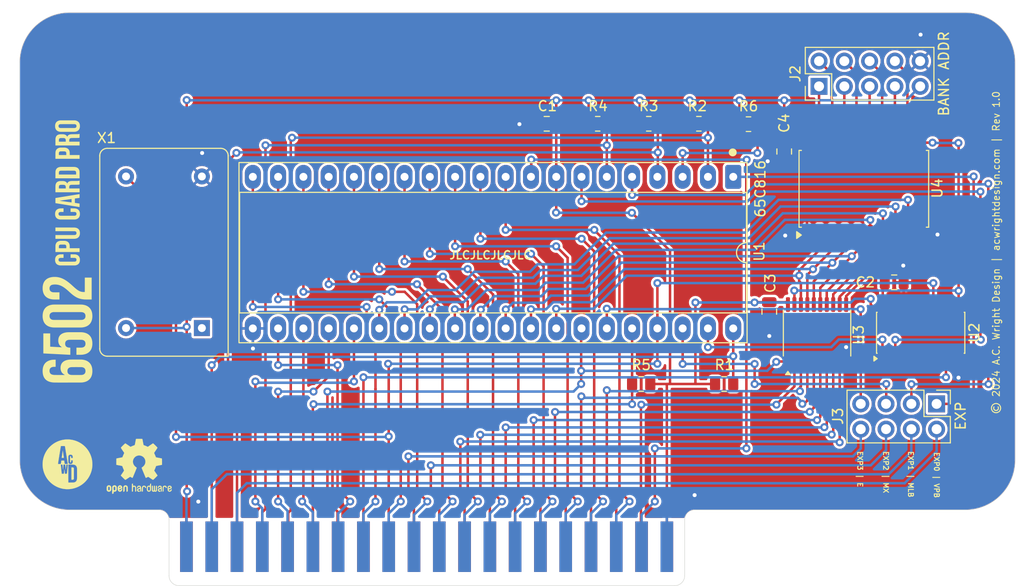
<source format=kicad_pcb>
(kicad_pcb (version 20241229) (generator "pcbnew") (generator_version "9.0")
  (title_block (title "6502 CPU Card") (date "2025-10-19") (rev "1.0") (company "A.C. Wright Design / bahamutkotd"))
  (layers (0 "F.Cu" signal "Top") (2 "B.Cu" signal "Bottom") (13 "F.Paste" user) (15 "B.Paste" user) (5 "F.SilkS" user "F.Silkscreen") (7 "B.SilkS" user "B.Silkscreen") (1 "F.Mask" user) (3 "B.Mask" user) (25 "Edge.Cuts" user))
  (net 0 "")
  (net 1 "D7")
  (net 2 "PHI2")
  (net 3 "D0")
  (net 4 "A2")
  (net 5 "RWB")
  (net 6 "A4")
  (net 7 "D6")
  (net 8 "A13")
  (net 9 "A7")
  (net 10 "A6")
  (net 11 "A15")
  (net 12 "A8")
  (net 13 "A0")
  (net 14 "D4")
  (net 15 "D3")
  (net 16 "A1")
  (net 17 "D5")
  (net 18 "A14")
  (net 19 "A5")
  (net 20 "SYNC")
  (net 21 "D2")
  (net 22 "A10")
  (net 23 "A9")
  (net 24 "D1")
  (net 25 "GND")
  (net 26 "VCC")
  (net 27 "BE")
  (net 28 "RDY")
  (net 29 "A11")
  (net 30 "EXP1")
  (net 31 "EXP2")
  (net 32 "EXP3")
  (net 33 "A12")
  (net 34 "EXP0")
  (net 35 "BA7")
  (net 36 "VPB")
  (net 37 "A3")
  (net 38 "NMIB")
  (net 39 "IRQB")
  (net 40 "RESB")
  (net 41 "MLB")
  (net 43 "BA0")
  (net 44 "BA5")
  (net 45 "BA2")
  (net 46 "BA6")
  (net 47 "BA1")
  (net 48 "BA3")
  (net 49 "BA4")
  (net 50 "MX")
  (net 51 "E")
  (net 52 "ABORTB")
  (net 53 "D7{slash}BA7")
  (net 54 "D2{slash}BA2")
  (net 55 "D6{slash}BA6")
  (net 56 "D3{slash}BA3")
  (net 57 "D0{slash}BA0")
  (net 58 "D4{slash}BA4")
  (net 59 "D1{slash}BA1")
  (net 60 "D5{slash}BA5")
  (net 61 "VPA")
  (net 62 "VDA")
  (net 63 "Net-(U2-Pad3)")
  (net 64 "PHI2B")
  (footprint "Resistor_SMD:R_0805_2012Metric" (layer "F.Cu") (at 169.2675 113.538 180)
    (property "Reference" "R1")
    (property "Value" "1k" (hide yes))
  )
  (footprint "Resistor_SMD:R_0805_2012Metric" (layer "F.Cu") (at 161.6945 87.376 180)
    (property "Reference" "R3")
    (property "Value" "1k" (hide yes))
  )
  (footprint "Resistor_SMD:R_0805_2012Metric" (layer "F.Cu") (at 160.9325 113.538)
    (property "Reference" "R5")
    (property "Value" "1k" (hide yes))
  )
  (footprint "6502 Parts:6502 Card Edge" (layer "F.Cu") (at 115.25 132.44)
    (property "Reference" "J1" (hide yes))
    (property "Value" "6502 Card Edge" (hide yes))
  )
  (footprint "Package_DIP:DIP-40_W15.24mm_Socket_LongPads" (layer "F.Cu") (at 170.18 92.71 -90)
    (property "Reference" "U1")
    (property "Value" "65C816")
  )
  (footprint "A.C. Wright Logo:A.C. Wright Logo 5mm" (layer "F.Cu") (at 103.3011 121.6136)
    (property "Reference" "G***" (hide yes))
    (property "Value" "LOGO" (hide yes))
  )
  (footprint "6502 Logos:6502 CPU Card Pro Logo 5mm" (layer "F.Cu") (at 103.301178 93.407969 90)
    (property "Reference" "G***" (hide yes))
    (property "Value" "LOGO" (hide yes))
  )
  (footprint "Resistor_SMD:R_0805_2012Metric" (layer "F.Cu") (at 166.7275 87.376 180)
    (property "Reference" "R2")
    (property "Value" "1k" (hide yes))
  )
  (footprint "Resistor_SMD:R_0805_2012Metric" (layer "F.Cu") (at 156.5675 87.376 180)
    (property "Reference" "R4")
    (property "Value" "1k" (hide yes))
  )
  (footprint "Capacitor_SMD:C_0805_2012Metric" (layer "F.Cu") (at 151.445 87.376 180)
    (property "Reference" "C1")
    (property "Value" "100nF" (hide yes))
  )
  (footprint "Capacitor_SMD:C_0805_2012Metric" (layer "F.Cu") (at 173.8011 106.2636 -90)
    (property "Reference" "C3")
    (property "Value" "100nF" (hide yes))
  )
  (footprint "Package_SO:SOIC-14_3.9x8.7mm_P1.27mm" (layer "F.Cu") (at 189.0111 108.3886 90)
    (property "Reference" "U2")
    (property "Value" "74HC00" (hide yes))
  )
  (footprint "Connector_PinHeader_2.54mm:PinHeader_2x05_P2.54mm_Vertical" (layer "F.Cu") (at 178.8011 83.6136 90)
    (property "Reference" "J2")
    (property "Value" "BANK ADDR")
  )
  (footprint "Package_SO:SOIC-20W_7.5x12.8mm_P1.27mm" (layer "F.Cu") (at 183.3011 93.9136 90)
    (property "Reference" "U4")
    (property "Value" "74HC573" (hide yes))
  )
  (footprint "Symbol:OSHW-Logo2_7.3x6mm_SilkScreen" (layer "F.Cu") (at 110.5011 121.8136)
    (property "Reference" "REF**" (hide yes))
    (property "Value" "OSHW-Logo2_7.3x6mm_SilkScreen" (hide yes))
  )
  (footprint "Oscillator:Oscillator_DIP-14" (layer "F.Cu") (at 116.8011 107.9136 90)
    (property "Reference" "X1")
    (property "Value" "OCXO-14" (hide yes))
  )
  (footprint "Capacitor_SMD:C_0805_2012Metric" (layer "F.Cu") (at 175.3011 90.1636 -90)
    (property "Reference" "C4")
    (property "Value" "100nF" (hide yes))
  )
  (footprint "Package_SO:TSSOP-20_4.4x6.5mm_P0.65mm" (layer "F.Cu") (at 178.6011 108.4136 90)
    (property "Reference" "U3")
    (property "Value" "74HC245" (hide yes))
  )
  (footprint "Resistor_SMD:R_0805_2012Metric" (layer "F.Cu") (at 171.7136 87.4136 180)
    (property "Reference" "R6")
    (property "Value" "1k" (hide yes))
  )
  (footprint "Capacitor_SMD:C_0805_2012Metric" (layer "F.Cu") (at 186.3511 103.3136)
    (property "Reference" "C2")
    (property "Value" "100nF" (hide yes))
  )
  (footprint "Connector_PinHeader_2.54mm:PinHeader_2x04_P2.54mm_Vertical" (layer "F.Cu") (at 190.6111 115.5386 -90)
    (property "Reference" "J3")
    (property "Value" "EXP")
  )
  (gr_circle (center 170.1271 90.2526) (end 170.3271 90.2526) (stroke (width 0.4)) (fill no) (layer "F.SilkS"))
  (gr_line (start 165.3011 132.8136) (end 165.3011 127.1936) (stroke (width 0.05)) (layer "Edge.Cuts"))
  (gr_line (start 166.3011 126.1936) (end 193.5011 126.1936) (stroke (width 0.05)) (layer "Edge.Cuts"))
  (gr_line (start 198.5011 121.1936) (end 198.5011 81.1936) (stroke (width 0.05)) (layer "Edge.Cuts"))
  (gr_arc (start 112.5011 126.1936) (mid 113.208207 126.486493) (end 113.5011 127.1936) (stroke (width 0.05)) (layer "Edge.Cuts"))
  (gr_arc (start 103.5011 126.1936) (mid 99.965566 124.729134) (end 98.5011 121.1936) (stroke (width 0.05)) (layer "Edge.Cuts"))
  (gr_arc (start 114.5011 133.8136) (mid 113.793993 133.520707) (end 113.5011 132.8136) (stroke (width 0.05)) (layer "Edge.Cuts"))
  (gr_line (start 103.5011 126.1936) (end 112.5011 126.1936) (stroke (width 0.05)) (layer "Edge.Cuts"))
  (gr_arc (start 198.5011 121.1936) (mid 197.036634 124.729134) (end 193.5011 126.1936) (stroke (width 0.05)) (layer "Edge.Cuts"))
  (gr_line (start 114.5011 133.8136) (end 164.3011 133.8136) (stroke (width 0.05)) (layer "Edge.Cuts"))
  (gr_arc (start 165.3011 132.8136) (mid 165.008207 133.520707) (end 164.3011 133.8136) (stroke (width 0.05)) (layer "Edge.Cuts"))
  (gr_line (start 193.5011 76.1936) (end 103.5011 76.1936) (stroke (width 0.05)) (layer "Edge.Cuts"))
  (gr_line (start 113.5011 127.1936) (end 113.5011 132.8136) (stroke (width 0.05)) (layer "Edge.Cuts"))
  (gr_line (start 98.5011 81.1936) (end 98.5011 121.1936) (stroke (width 0.05)) (layer "Edge.Cuts"))
  (gr_arc (start 165.3011 127.1936) (mid 165.593993 126.486493) (end 166.3011 126.1936) (stroke (width 0.05)) (layer "Edge.Cuts"))
  (gr_arc (start 193.5011 76.1936) (mid 197.036634 77.658066) (end 198.5011 81.1936) (stroke (width 0.05)) (layer "Edge.Cuts"))
  (gr_arc (start 98.5011 81.1936) (mid 99.965566 77.658066) (end 103.5011 76.1936) (stroke (width 0.05)) (layer "Edge.Cuts"))
  (gr_text "EXP3 | E" (at 182.9111 120.2386 270) (layer "F.SilkS") (effects (font (size 0.5 0.5) (thickness 0.1)) (justify left)))
  (gr_text "EXP2 | MX" (at 185.5111 120.2386 270) (layer "F.SilkS") (effects (font (size 0.5 0.5) (thickness 0.1)) (justify left)))
  (gr_text "EXP0 | VPB" (at 190.6111 120.3386 270) (layer "F.SilkS") (effects (font (size 0.5 0.5) (thickness 0.1)) (justify left)))
  (gr_text "EXP1 | MLB" (at 188.0111 120.2386 270) (layer "F.SilkS") (effects (font (size 0.5 0.5) (thickness 0.1)) (justify left)))
  (gr_text "© 2024 A.C. Wright Design | acwrightdesign.com | Rev 1.0" (at 196.596 100.33 90) (layer "F.SilkS") (effects (font (size 0.7 0.7) (thickness 0.1))))
  (gr_text "JLCJLCJLCJLC" (at 145.796 100.584 0) (layer "F.SilkS") (effects (font (size 0.8 0.8))))
  (segment (start 143.19 125.283) (end 143.19 129.9) (width 0.25) (layer "F.Cu") (net 1))
  (segment (start 180.8761 119.3986) (end 180.8711 119.4036) (width 0.25) (layer "F.Cu") (net 1))
  (segment (start 180.8761 111.2761) (end 180.8761 119.3986) (width 0.25) (layer "F.Cu") (net 1))
  (segment (start 142.7611 119.3236) (end 142.766995 119.329495) (width 0.25) (layer "F.Cu") (net 1))
  (segment (start 142.766995 124.859995) (end 143.19 125.283) (width 0.25) (layer "F.Cu") (net 1))
  (segment (start 142.766995 119.329495) (end 142.766995 124.859995) (width 0.25) (layer "F.Cu") (net 1))
  (segment (start 143.19 129.9) (end 142.766995 129.476995) (width 0.25) (layer "F.Cu") (net 1))
  (via (at 180.8711 119.4036) (size 0.8) (drill 0.4) (layers "F.Cu" "B.Cu") (net 1))
  (via (at 142.7611 119.3236) (size 0.8) (drill 0.4) (layers "F.Cu" "B.Cu") (net 1))
  (segment (start 180.8711 119.4036) (end 180.7911 119.3236) (width 0.25) (layer "B.Cu") (net 1))
  (segment (start 180.7911 119.3236) (end 142.7611 119.3236) (width 0.25) (layer "B.Cu") (net 1))
  (segment (start 135.57 118.8136) (end 135.57 111.567004) (width 0.25) (layer "F.Cu") (net 2))
  (segment (start 190.2811 105.9136) (end 191.5511 105.9136) (width 0.25) (layer "F.Cu") (net 2))
  (segment (start 114.2011 97.6936) (end 114.2011 97.7886) (width 0.25) (layer "F.Cu") (net 2))
  (segment (start 135.57 111.567004) (end 135.509 111.506004) (width 0.25) (layer "F.Cu") (net 2))
  (segment (start 135.57 129.9) (end 135.57 118.8136) (width 0.25) (layer "F.Cu") (net 2))
  (segment (start 190.2811 103.3936) (end 190.2811 105.9136) (width 0.25) (layer "F.Cu") (net 2))
  (segment (start 109.1811 92.6736) (end 114.2011 97.6936) (width 0.25) (layer "F.Cu") (net 2))
  (segment (start 162.56 103.3936) (end 162.56 107.95) (width 0.25) (layer "F.Cu") (net 2))
  (segment (start 162.56 107.95) (end 162.56 111.506) (width 0.25) (layer "F.Cu") (net 2))
  (segment (start 114.2011 97.7886) (end 114.2011 118.8636) (width 0.25) (layer "F.Cu") (net 2))
  (via (at 114.2011 118.8636) (size 0.8) (drill 0.4) (layers "F.Cu" "B.Cu") (net 2))
  (via (at 190.2811 103.3936) (size 0.8) (drill 0.4) (layers "F.Cu" "B.Cu") (net 2))
  (via (at 135.57 118.8136) (size 0.8) (drill 0.4) (layers "F.Cu" "B.Cu") (net 2))
  (via (at 162.56 111.506) (size 0.8) (drill 0.4) (layers "F.Cu" "B.Cu") (net 2))
  (via (at 135.509 111.506004) (size 0.8) (drill 0.4) (layers "F.Cu" "B.Cu") (net 2))
  (via (at 162.56 103.3936) (size 0.8) (drill 0.4) (layers "F.Cu" "B.Cu") (net 2))
  (segment (start 135.509 111.506004) (end 162.559996 111.506004) (width 0.25) (layer "B.Cu") (net 2))
  (segment (start 162.56 103.3936) (end 190.2811 103.3936) (width 0.25) (layer "B.Cu") (net 2))
  (segment (start 162.559996 111.506004) (end 162.56 111.506) (width 0.25) (layer "B.Cu") (net 2))
  (segment (start 114.2011 118.8636) (end 135.52 118.8636) (width 0.25) (layer "B.Cu") (net 2))
  (segment (start 135.52 118.8636) (end 135.57 118.8136) (width 0.25) (layer "B.Cu") (net 2))
  (segment (start 160.909 129.839) (end 160.97 129.9) (width 0.25) (layer "F.Cu") (net 3))
  (segment (start 176.3261 113.7786) (end 176.3261 111.2761) (width 0.25) (layer "F.Cu") (net 3))
  (segment (start 160.909 124.5136) (end 160.909 115.652684) (width 0.25) (layer "F.Cu") (net 3))
  (segment (start 174.5211 115.615815) (end 174.5211 115.5836) (width 0.25) (layer "F.Cu") (net 3))
  (segment (start 160.909 124.5136) (end 160.909 129.839) (width 0.25) (layer "F.Cu") (net 3))
  (segment (start 160.909 115.652684) (end 160.945869 115.615815) (width 0.25) (layer "F.Cu") (net 3))
  (segment (start 174.5211 115.5836) (end 176.3261 113.7786) (width 0.25) (layer "F.Cu") (net 3))
  (via (at 174.5211 115.615815) (size 0.8) (drill 0.4) (layers "F.Cu" "B.Cu") (net 3))
  (via (at 160.945869 115.615815) (size 0.8) (drill 0.4) (layers "F.Cu" "B.Cu") (net 3))
  (segment (start 174.5211 115.615815) (end 160.945869 115.615815) (width 0.25) (layer "B.Cu") (net 3))
  (segment (start 154.9511 98.933) (end 156.21 100.1919) (width 0.25) (layer "F.Cu") (net 4))
  (segment (start 144.78 98.933) (end 144.78 92.71) (width 0.25) (layer "F.Cu") (net 4))
  (segment (start 156.21 124.46) (end 157.099 125.349) (width 0.25) (layer "F.Cu") (net 4))
  (segment (start 156.21 100.1919) (end 156.21 124.46) (width 0.25) (layer "F.Cu") (net 4))
  (via (at 144.78 98.933) (size 0.8) (drill 0.4) (layers "F.Cu" "B.Cu") (net 4))
  (via (at 154.9511 98.933) (size 0.8) (drill 0.4) (layers "F.Cu" "B.Cu") (net 4))
  (via (at 157.099 125.349) (size 0.8) (drill 0.4) (layers "F.Cu" "B.Cu") (net 4))
  (segment (start 155.89 129.9) (end 155.89 126.558) (width 0.25) (layer "B.Cu") (net 4))
  (segment (start 155.89 126.558) (end 157.099 125.349) (width 0.25) (layer "B.Cu") (net 4))
  (segment (start 154.9511 98.933) (end 144.78 98.933) (width 0.25) (layer "B.Cu") (net 4))
  (segment (start 175.6761 111.2761) (end 174.5386 111.2761) (width 0.25) (layer "F.Cu") (net 5))
  (segment (start 130.429 126.365) (end 129.413 125.349) (width 0.25) (layer "F.Cu") (net 5))
  (segment (start 130.429 129.839) (end 130.429 126.365) (width 0.25) (layer "F.Cu") (net 5))
  (segment (start 130.49 129.9) (end 130.429 129.839) (width 0.25) (layer "F.Cu") (net 5))
  (segment (start 174.5386 111.2761) (end 174.5011 111.3136) (width 0.25) (layer "F.Cu") (net 5))
  (segment (start 154.9011 112.2136) (end 154.9011 107.9889) (width 0.25) (layer "F.Cu") (net 5))
  (segment (start 154.9011 107.9889) (end 154.94 107.95) (width 0.25) (layer "F.Cu") (net 5))
  (segment (start 154.9011 113.5336) (end 154.9011 112.2136) (width 0.25) (layer "F.Cu") (net 5))
  (segment (start 129.413 125.349) (end 129.413 114.3) (width 0.25) (layer "F.Cu") (net 5))
  (via (at 154.9011 113.5336) (size 0.8) (drill 0.4) (layers "F.Cu" "B.Cu") (net 5))
  (via (at 129.413 114.3) (size 0.8) (drill 0.4) (layers "F.Cu" "B.Cu") (net 5))
  (via (at 174.5011 111.3136) (size 0.8) (drill 0.4) (layers "F.Cu" "B.Cu") (net 5))
  (via (at 154.9011 112.2136) (size 0.8) (drill 0.4) (layers "F.Cu" "B.Cu") (net 5))
  (segment (start 154.1347 114.3) (end 129.413 114.3) (width 0.25) (layer "B.Cu") (net 5))
  (segment (start 154.9011 112.2136) (end 173.6011 112.2136) (width 0.25) (layer "B.Cu") (net 5))
  (segment (start 154.9011 113.5336) (end 154.1347 114.3) (width 0.25) (layer "B.Cu") (net 5))
  (segment (start 173.6011 112.2136) (end 174.5011 111.3136) (width 0.25) (layer "B.Cu") (net 5))
  (segment (start 151.13 101.7159) (end 151.13 124.46) (width 0.25) (layer "F.Cu") (net 6))
  (segment (start 149.8711 100.457) (end 151.13 101.7159) (width 0.25) (layer "F.Cu") (net 6))
  (segment (start 139.7 92.71) (end 139.7 100.457) (width 0.25) (layer "F.Cu") (net 6))
  (segment (start 151.13 124.46) (end 152.019 125.349) (width 0.25) (layer "F.Cu") (net 6))
  (via (at 139.7 100.457) (size 0.8) (drill 0.4) (layers "F.Cu" "B.Cu") (net 6))
  (via (at 149.8711 100.457) (size 0.8) (drill 0.4) (layers "F.Cu" "B.Cu") (net 6))
  (via (at 152.019 125.349) (size 0.8) (drill 0.4) (layers "F.Cu" "B.Cu") (net 6))
  (segment (start 150.81 129.9) (end 150.81 126.558) (width 0.25) (layer "B.Cu") (net 6))
  (segment (start 149.8711 100.457) (end 139.7 100.457) (width 0.25) (layer "B.Cu") (net 6))
  (segment (start 150.81 126.558) (end 152.019 125.349) (width 0.25) (layer "B.Cu") (net 6))
  (segment (start 145.73 125.029) (end 145.73 129.9) (width 0.25) (layer "F.Cu") (net 7))
  (segment (start 144.78 124.079) (end 145.73 125.029) (width 0.25) (layer "F.Cu") (net 7))
  (segment (start 180.0711 118.6236) (end 180.2261 118.4686) (width 0.25) (layer "F.Cu") (net 7))
  (segment (start 144.78 124.079) (end 144.78 118.6625) (width 0.25) (layer "F.Cu") (net 7))
  (segment (start 144.78 118.6625) (end 144.7611 118.6436) (width 0.25) (layer "F.Cu") (net 7))
  (segment (start 180.2261 118.4686) (end 180.2261 111.2761) (width 0.25) (layer "F.Cu") (net 7))
  (via (at 144.7611 118.6436) (size 0.8) (drill 0.4) (layers "F.Cu" "B.Cu") (net 7))
  (via (at 180.0711 118.6236) (size 0.8) (drill 0.4) (layers "F.Cu" "B.Cu") (net 7))
  (segment (start 180.0511 118.6436) (end 180.0711 118.6236) (width 0.25) (layer "B.Cu") (net 7))
  (segment (start 144.7611 118.6436) (end 180.0511 118.6436) (width 0.25) (layer "B.Cu") (net 7))
  (segment (start 127 125.222) (end 126.873 125.349) (width 0.25) (layer "F.Cu") (net 8))
  (segment (start 127 107.95) (end 127 125.222) (width 0.25) (layer "F.Cu") (net 8))
  (via (at 126.873 125.349) (size 0.8) (drill 0.4) (layers "F.Cu" "B.Cu") (net 8))
  (segment (start 127.95 126.426) (end 126.873 125.349) (width 0.25) (layer "B.Cu") (net 8))
  (segment (start 127.95 129.9) (end 127.95 126.426) (width 0.25) (layer "B.Cu") (net 8))
  (segment (start 141.0111 102.743) (end 141.0205 102.7336) (width 0.25) (layer "F.Cu") (net 9))
  (segment (start 141.0205 102.7524) (end 143.51 105.2419) (width 0.25) (layer "F.Cu") (net 9))
  (segment (start 141.0205 102.7336) (end 141.0205 102.7524) (width 0.25) (layer "F.Cu") (net 9))
  (segment (start 143.51 124.333) (end 144.526 125.349) (width 0.25) (layer "F.Cu") (net 9))
  (segment (start 143.51 105.2419) (end 143.51 124.333) (width 0.25) (layer "F.Cu") (net 9))
  (segment (start 132.08 92.71) (end 132.08 102.743) (width 0.25) (layer "F.Cu") (net 9))
  (via (at 144.526 125.349) (size 0.8) (drill 0.4) (layers "F.Cu" "B.Cu") (net 9))
  (via (at 132.08 102.743) (size 0.8) (drill 0.4) (layers "F.Cu" "B.Cu") (net 9))
  (via (at 141.0111 102.743) (size 0.8) (drill 0.4) (layers "F.Cu" "B.Cu") (net 9))
  (segment (start 141.0111 102.743) (end 132.08 102.743) (width 0.25) (layer "B.Cu") (net 9))
  (segment (start 143.19 126.685) (end 144.526 125.349) (width 0.25) (layer "B.Cu") (net 9))
  (segment (start 143.19 129.9) (end 143.19 126.685) (width 0.25) (layer "B.Cu") (net 9))
  (segment (start 143.5011 101.981) (end 143.5011 101.9836) (width 0.25) (layer "F.Cu") (net 10))
  (segment (start 143.5011 101.9836) (end 146.05 104.5325) (width 0.25) (layer "F.Cu") (net 10))
  (segment (start 146.05 104.5325) (end 146.05 124.46) (width 0.25) (layer "F.Cu") (net 10))
  (segment (start 146.05 124.46) (end 146.939 125.349) (width 0.25) (layer "F.Cu") (net 10))
  (segment (start 134.62 92.71) (end 134.62 101.981) (width 0.25) (layer "F.Cu") (net 10))
  (via (at 134.62 101.981) (size 0.8) (drill 0.4) (layers "F.Cu" "B.Cu") (net 10))
  (via (at 146.939 125.349) (size 0.8) (drill 0.4) (layers "F.Cu" "B.Cu") (net 10))
  (via (at 143.5011 101.981) (size 0.8) (drill 0.4) (layers "F.Cu" "B.Cu") (net 10))
  (segment (start 134.62 101.981) (end 143.5011 101.981) (width 0.25) (layer "B.Cu") (net 10))
  (segment (start 145.73 126.558) (end 146.939 125.349) (width 0.25) (layer "B.Cu") (net 10))
  (segment (start 145.73 129.9) (end 145.73 126.558) (width 0.25) (layer "B.Cu") (net 10))
  (segment (start 122.174002 113.284002) (end 122.174 113.284) (width 0.25) (layer "F.Cu") (net 11))
  (segment (start 132.08 107.95) (end 132.08 113.284) (width 0.25) (layer "F.Cu") (net 11))
  (segment (start 122.174002 125.349) (end 122.174002 113.284002) (width 0.25) (layer "F.Cu") (net 11))
  (via (at 132.08 113.284) (size 0.8) (drill 0.4) (layers "F.Cu" "B.Cu") (net 11))
  (via (at 122.174002 125.349) (size 0.8) (drill 0.4) (layers "F.Cu" "B.Cu") (net 11))
  (via (at 122.174 113.284) (size 0.8) (drill 0.4) (layers "F.Cu" "B.Cu") (net 11))
  (segment (start 122.87 129.9) (end 122.87 126.044998) (width 0.25) (layer "B.Cu") (net 11))
  (segment (start 131.953 113.411) (end 122.301 113.411) (width 0.25) (layer "B.Cu") (net 11))
  (segment (start 122.301 113.411) (end 122.174 113.284) (width 0.25) (layer "B.Cu") (net 11))
  (segment (start 132.08 113.284) (end 131.953 113.411) (width 0.25) (layer "B.Cu") (net 11))
  (segment (start 122.87 126.044998) (end 122.174002 125.349) (width 0.25) (layer "B.Cu") (net 11))
  (segment (start 140.970001 124.333001) (end 141.986 125.349) (width 0.25) (layer "F.Cu") (net 12))
  (segment (start 138.4111 103.505) (end 138.4111 103.5136) (width 0.25) (layer "F.Cu") (net 12))
  (segment (start 138.4111 103.5136) (end 140.970001 106.072501) (width 0.25) (layer "F.Cu") (net 12))
  (segment (start 140.970001 106.072501) (end 140.970001 124.333001) (width 0.25) (layer "F.Cu") (net 12))
  (segment (start 129.54 92.71) (end 129.54 103.505) (width 0.25) (layer "F.Cu") (net 12))
  (via (at 138.4111 103.505) (size 0.8) (drill 0.4) (layers "F.Cu" "B.Cu") (net 12))
  (via (at 141.986 125.349) (size 0.8) (drill 0.4) (layers "F.Cu" "B.Cu") (net 12))
  (via (at 129.54 103.505) (size 0.8) (drill 0.4) (layers "F.Cu" "B.Cu") (net 12))
  (segment (start 140.65 126.685) (end 141.986 125.349) (width 0.25) (layer "B.Cu") (net 12))
  (segment (start 140.65 129.9) (end 140.65 126.685) (width 0.25) (layer "B.Cu") (net 12))
  (segment (start 138.4111 103.505) (end 129.54 103.505) (width 0.25) (layer "B.Cu") (net 12))
  (segment (start 171.4911 96.3336) (end 171.4911 97.0636) (width 0.25) (layer "F.Cu") (net 13))
  (segment (start 171.4911 96.3336) (end 171.4911 91.0236) (width 0.25) (layer "F.Cu") (net 13))
  (segment (start 171.4911 91.0236) (end 171.5311 90.9836) (width 0.25) (layer "F.Cu") (net 13))
  (segment (start 149.8911 92.6789) (end 149.86 92.71) (width 0.25) (layer "F.Cu") (net 13))
  (segment (start 171.4911 97.0636) (end 171.5011 97.0736) (width 0.25) (layer "F.Cu") (net 13))
  (segment (start 171.5011 97.0736) (end 171.5011 120.0136) (width 0.25) (layer "F.Cu") (net 13))
  (segment (start 162.306 120.0136) (end 162.306 125.349) (width 0.25) (layer "F.Cu") (net 13))
  (segment (start 149.8911 90.9736) (end 149.8911 92.6789) (width 0.25) (layer "F.Cu") (net 13))
  (via (at 171.5011 120.0136) (size 0.8) (drill 0.4) (layers "F.Cu" "B.Cu") (net 13))
  (via (at 149.8911 90.9736) (size 0.8) (drill 0.4) (layers "F.Cu" "B.Cu") (net 13))
  (via (at 171.5311 90.9836) (size 0.8) (drill 0.4) (layers "F.Cu" "B.Cu") (net 13))
  (via (at 162.306 125.349) (size 0.8) (drill 0.4) (layers "F.Cu" "B.Cu") (net 13))
  (via (at 162.306 120.0136) (size 0.8) (drill 0.4) (layers "F.Cu" "B.Cu") (net 13))
  (segment (start 162.306 120.0136) (end 171.5011 120.0136) (width 0.25) (layer "B.Cu") (net 13))
  (segment (start 171.5311 90.9836) (end 149.9011 90.9836) (width 0.25) (layer "B.Cu") (net 13))
  (segment (start 160.97 126.685) (end 162.306 125.349) (width 0.25) (layer "B.Cu") (net 13))
  (segment (start 149.9011 90.9836) (end 149.8911 90.9736) (width 0.25) (layer "B.Cu") (net 13))
  (segment (start 160.97 129.9) (end 160.97 126.685) (width 0.25) (layer "B.Cu") (net 13))
  (segment (start 150.81 125.41) (end 150.81 129.9) (width 0.25) (layer "F.Cu") (net 14))
  (segment (start 178.9261 116.8386) (end 178.9261 111.2761) (width 0.25) (layer "F.Cu") (net 14))
  (segment (start 178.6011 117.1636) (end 178.9261 116.8386) (width 0.25) (layer "F.Cu") (net 14))
  (segment (start 150.131001 124.731001) (end 150.81 125.41) (width 0.25) (layer "F.Cu") (net 14))
  (segment (start 150.131001 124.731001) (end 150.131001 117.163699) (width 0.25) (layer "F.Cu") (net 14))
  (segment (start 150.131001 117.163699) (end 150.1311 117.1636) (width 0.25) (layer "F.Cu") (net 14))
  (via (at 150.1311 117.1636) (size 0.8) (drill 0.4) (layers "F.Cu" "B.Cu") (net 14))
  (via (at 178.6011 117.1636) (size 0.8) (drill 0.4) (layers "F.Cu" "B.Cu") (net 14))
  (segment (start 150.1311 117.1636) (end 178.6011 117.1636) (width 0.25) (layer "B.Cu") (net 14))
  (segment (start 178.2761 115.9286) (end 178.2761 111.2761) (width 0.25) (layer "F.Cu") (net 15))
  (segment (start 152.273 124.333) (end 152.273 116.3617) (width 0.25) (layer "F.Cu") (net 15))
  (segment (start 152.273 116.3617) (end 152.2811 116.3536) (width 0.25) (layer "F.Cu") (net 15))
  (segment (start 177.8711 116.3336) (end 178.2761 115.9286) (width 0.25) (layer "F.Cu") (net 15))
  (segment (start 153.35 125.41) (end 153.35 129.9) (width 0.25) (layer "F.Cu") (net 15))
  (segment (start 152.273 124.333) (end 153.35 125.41) (width 0.25) (layer "F.Cu") (net 15))
  (via (at 177.8711 116.3336) (size 0.8) (drill 0.4) (layers "F.Cu" "B.Cu") (net 15))
  (via (at 152.2811 116.3536) (size 0.8) (drill 0.4) (layers "F.Cu" "B.Cu") (net 15))
  (segment (start 177.8511 116.3536) (end 177.8711 116.3336) (width 0.25) (layer "B.Cu") (net 15))
  (segment (start 152.2811 116.3536) (end 177.8511 116.3536) (width 0.25) (layer "B.Cu") (net 15))
  (segment (start 156.2211 98.0636) (end 158.75 100.5925) (width 0.25) (layer "F.Cu") (net 16))
  (segment (start 147.32 98.044) (end 147.32 92.71) (width 0.25) (layer "F.Cu") (net 16))
  (segment (start 156.2211 98.044) (end 156.2211 98.0636) (width 0.25) (layer "F.Cu") (net 16))
  (segment (start 158.75 100.5925) (end 158.75 124.333) (width 0.25) (layer "F.Cu") (net 16))
  (segment (start 158.75 124.333) (end 159.766 125.349) (width 0.25) (layer "F.Cu") (net 16))
  (via (at 159.766 125.349) (size 0.8) (drill 0.4) (layers "F.Cu" "B.Cu") (net 16))
  (via (at 147.32 98.044) (size 0.8) (drill 0.4) (layers "F.Cu" "B.Cu") (net 16))
  (via (at 156.2211 98.044) (size 0.8) (drill 0.4) (layers "F.Cu" "B.Cu") (net 16))
  (segment (start 158.43 129.9) (end 158.43 126.685) (width 0.25) (layer "B.Cu") (net 16))
  (segment (start 156.2211 98.044) (end 147.32 98.044) (width 0.25) (layer "B.Cu") (net 16))
  (segment (start 158.43 126.685) (end 159.766 125.349) (width 0.25) (layer "B.Cu") (net 16))
  (segment (start 179.3311 117.8836) (end 179.5761 117.6386) (width 0.25) (layer "F.Cu") (net 17))
  (segment (start 148.27 125.41) (end 148.27 129.9) (width 0.25) (layer "F.Cu") (net 17))
  (segment (start 179.5761 117.6386) (end 179.5761 111.2761) (width 0.25) (layer "F.Cu") (net 17))
  (segment (start 147.32 117.9047) (end 147.3211 117.9036) (width 0.25) (layer "F.Cu") (net 17))
  (segment (start 147.32 124.46) (end 148.27 125.41) (width 0.25) (layer "F.Cu") (net 17))
  (segment (start 147.32 124.46) (end 147.32 117.9047) (width 0.25) (layer "F.Cu") (net 17))
  (via (at 179.3311 117.8836) (size 0.8) (drill 0.4) (layers "F.Cu" "B.Cu") (net 17))
  (via (at 147.3211 117.9036) (size 0.8) (drill 0.4) (layers "F.Cu" "B.Cu") (net 17))
  (segment (start 179.3111 117.9036) (end 179.3311 117.8836) (width 0.25) (layer "B.Cu") (net 17))
  (segment (start 147.3211 117.9036) (end 179.3111 117.9036) (width 0.25) (layer "B.Cu") (net 17))
  (segment (start 129.54 112.776) (end 128.016 114.3) (width 0.25) (layer "F.Cu") (net 18))
  (segment (start 124.46 125.348994) (end 124.459994 125.349) (width 0.25) (layer "F.Cu") (net 18))
  (segment (start 124.46 114.3) (end 124.46 125.348994) (width 0.25) (layer "F.Cu") (net 18))
  (segment (start 129.54 107.95) (end 129.54 112.776) (width 0.25) (layer "F.Cu") (net 18))
  (via (at 128.016 114.3) (size 0.8) (drill 0.4) (layers "F.Cu" "B.Cu") (net 18))
  (via (at 124.46 114.3) (size 0.8) (drill 0.4) (layers "F.Cu" "B.Cu") (net 18))
  (via (at 124.459994 125.349) (size 0.8) (drill 0.4) (layers "F.Cu" "B.Cu") (net 18))
  (segment (start 125.41 129.9) (end 125.41 126.299006) (width 0.25) (layer "B.Cu") (net 18))
  (segment (start 124.46 114.3) (end 128.016 114.3) (width 0.25) (layer "B.Cu") (net 18))
  (segment (start 125.41 126.299006) (end 124.459994 125.349) (width 0.25) (layer "B.Cu") (net 18))
  (segment (start 148.59 124.46) (end 149.479 125.349) (width 0.25) (layer "F.Cu") (net 19))
  (segment (start 137.16 92.71) (end 137.16 101.219004) (width 0.25) (layer "F.Cu") (net 19))
  (segment (start 148.59 102.487904) (end 148.59 124.46) (width 0.25) (layer "F.Cu") (net 19))
  (segment (start 147.3211 101.219004) (end 148.59 102.487904) (width 0.25) (layer "F.Cu") (net 19))
  (via (at 149.479 125.349) (size 0.8) (drill 0.4) (layers "F.Cu" "B.Cu") (net 19))
  (via (at 137.16 101.219004) (size 0.8) (drill 0.4) (layers "F.Cu" "B.Cu") (net 19))
  (via (at 147.3211 101.219004) (size 0.8) (drill 0.4) (layers "F.Cu" "B.Cu") (net 19))
  (segment (start 148.27 126.558) (end 149.479 125.349) (width 0.25) (layer "B.Cu") (net 19))
  (segment (start 148.27 129.9) (end 148.27 126.558) (width 0.25) (layer "B.Cu") (net 19))
  (segment (start 147.3211 101.219004) (end 137.16 101.219004) (width 0.25) (layer "B.Cu") (net 19))
  (segment (start 133.03 129.9) (end 132.97299 129.84299) (width 0.25) (layer "F.Cu") (net 20))
  (segment (start 133.0311 112.8636) (end 133.0311 122.7414) (width 0.25) (layer "F.Cu") (net 20))
  (segment (start 133.03 122.7425) (end 133.03 129.9) (width 0.25) (layer "F.Cu") (net 20))
  (segment (start 133.0311 122.7414) (end 133.03 122.7425) (width 0.25) (layer "F.Cu") (net 20))
  (segment (start 191.5511 110.8636) (end 191.5511 112.8636) (width 0.25) (layer "F.Cu") (net 20))
  (via (at 133.0311 112.8636) (size 0.8) (drill 0.4) (layers "F.Cu" "B.Cu") (net 20))
  (via (at 191.5511 112.8636) (size 0.8) (drill 0.4) (layers "F.Cu" "B.Cu") (net 20))
  (segment (start 133.0371 112.8696) (end 133.0311 112.8636) (width 0.25) (layer "B.Cu") (net 20))
  (segment (start 191.5511 112.8636) (end 191.5451 112.8696) (width 0.25) (layer "B.Cu") (net 20))
  (segment (start 191.5451 112.8696) (end 133.0371 112.8696) (width 0.25) (layer "B.Cu") (net 20))
  (segment (start 155.89 125.3825) (end 154.9011 124.3936) (width 0.25) (layer "F.Cu") (net 21))
  (segment (start 177.6261 115.2086) (end 177.6261 111.2761) (width 0.25) (layer "F.Cu") (net 21))
  (segment (start 155.89 129.9) (end 155.89 125.3825) (width 0.25) (layer "F.Cu") (net 21))
  (segment (start 154.9011 124.3936) (end 154.9011 114.8036) (width 0.25) (layer "F.Cu") (net 21))
  (segment (start 177.3011 115.5336) (end 177.6261 115.2086) (width 0.25) (layer "F.Cu") (net 21))
  (segment (start 154.9011 114.8036) (end 154.9211 114.7836) (width 0.25) (layer "F.Cu") (net 21))
  (segment (start 177.1211 115.5336) (end 177.3011 115.5336) (width 0.25) (layer "F.Cu") (net 21))
  (via (at 154.9211 114.7836) (size 0.8) (drill 0.4) (layers "F.Cu" "B.Cu") (net 21))
  (via (at 177.1211 115.5336) (size 0.8) (drill 0.4) (layers "F.Cu" "B.Cu") (net 21))
  (segment (start 155.0611 114.9236) (end 154.9211 114.7836) (width 0.25) (layer "B.Cu") (net 21))
  (segment (start 159.738675 114.9236) (end 155.0611 114.9236) (width 0.25) (layer "B.Cu") (net 21))
  (segment (start 176.6511 114.9236) (end 160.301325 114.9236) (width 0.25) (layer "B.Cu") (net 21))
  (segment (start 177.1211 115.3936) (end 176.6511 114.9236) (width 0.25) (layer "B.Cu") (net 21))
  (segment (start 159.748275 114.914) (end 159.738675 114.9236) (width 0.25) (layer "B.Cu") (net 21))
  (segment (start 160.301325 114.9236) (end 160.291725 114.914) (width 0.25) (layer "B.Cu") (net 21))
  (segment (start 177.1211 115.5336) (end 177.1211 115.3936) (width 0.25) (layer "B.Cu") (net 21))
  (segment (start 160.291725 114.914) (end 159.748275 114.914) (width 0.25) (layer "B.Cu") (net 21))
  (segment (start 124.46 92.71) (end 124.46 105.029) (width 0.25) (layer "F.Cu") (net 22))
  (segment (start 135.89 106.2979) (end 135.89 109.22) (width 0.25) (layer "F.Cu") (net 22))
  (segment (start 135.89 109.22) (end 136.779 110.109) (width 0.25) (layer "F.Cu") (net 22))
  (segment (start 136.779 110.109) (end 136.779 125.349) (width 0.25) (layer "F.Cu") (net 22))
  (segment (start 134.6211 105.029) (end 135.89 106.2979) (width 0.25) (layer "F.Cu") (net 22))
  (via (at 124.46 105.029) (size 0.8) (drill 0.4) (layers "F.Cu" "B.Cu") (net 22))
  (via (at 136.779 125.349) (size 0.8) (drill 0.4) (layers "F.Cu" "B.Cu") (net 22))
  (via (at 134.6211 105.029) (size 0.8) (drill 0.4) (layers "F.Cu" "B.Cu") (net 22))
  (segment (start 135.57 129.9) (end 135.57 126.558) (width 0.25) (layer "B.Cu") (net 22))
  (segment (start 135.57 126.558) (end 136.779 125.349) (width 0.25) (layer "B.Cu") (net 22))
  (segment (start 134.6211 105.029) (end 124.46 105.029) (width 0.25) (layer "B.Cu") (net 22))
  (segment (start 138.43 105.5259) (end 138.43 124.333) (width 0.25) (layer "F.Cu") (net 23))
  (segment (start 135.9011 104.267) (end 137.1711 104.267) (width 0.25) (layer "F.Cu") (net 23))
  (segment (start 138.43 124.333) (end 139.446 125.349) (width 0.25) (layer "F.Cu") (net 23))
  (segment (start 137.1711 104.267) (end 138.43 105.5259) (width 0.25) (layer "F.Cu") (net 23))
  (segment (start 127 92.71) (end 127 104.267) (width 0.25) (layer "F.Cu") (net 23))
  (via (at 127 104.267) (size 0.8) (drill 0.4) (layers "F.Cu" "B.Cu") (net 23))
  (via (at 139.446 125.349) (size 0.8) (drill 0.4) (layers "F.Cu" "B.Cu") (net 23))
  (via (at 135.9011 104.267) (size 0.8) (drill 0.4) (layers "F.Cu" "B.Cu") (net 23))
  (segment (start 138.11 129.9) (end 138.11 126.685) (width 0.25) (layer "B.Cu") (net 23))
  (segment (start 138.11 126.685) (end 139.446 125.349) (width 0.25) (layer "B.Cu") (net 23))
  (segment (start 135.9011 104.267) (end 127 104.267) (width 0.25) (layer "B.Cu") (net 23))
  (segment (start 176.8811 114.2636) (end 176.8811 113.8736) (width 0.25) (layer "F.Cu") (net 24))
  (segment (start 176.8811 113.8736) (end 176.9761 113.7786) (width 0.25) (layer "F.Cu") (net 24))
  (segment (start 158.43 125.283) (end 158.43 129.9) (width 0.25) (layer "F.Cu") (net 24))
  (segment (start 157.48 114.1636) (end 157.48 124.333) (width 0.25) (layer "F.Cu") (net 24))
  (segment (start 176.9761 113.7786) (end 176.9761 111.2761) (width 0.25) (layer "F.Cu") (net 24))
  (segment (start 157.48 124.333) (end 158.43 125.283) (width 0.25) (layer "F.Cu") (net 24))
  (via (at 157.48 114.1636) (size 0.8) (drill 0.4) (layers "F.Cu" "B.Cu") (net 24))
  (via (at 176.8811 114.2636) (size 0.8) (drill 0.4) (layers "F.Cu" "B.Cu") (net 24))
  (segment (start 157.48 114.1636) (end 157.58 114.2636) (width 0.25) (layer "B.Cu") (net 24))
  (segment (start 157.58 114.2636) (end 176.8811 114.2636) (width 0.25) (layer "B.Cu") (net 24))
  (segment (start 115.25 129.9) (end 115.25 125.542) (width 0.25) (layer "F.Cu") (net 25))
  (via (at 116.8261 90.3136) (size 0.8) (drill 0.4) (layers "F.Cu" "B.Cu") (net 25))
  (via (at 116.4411 125.3636) (size 0.8) (drill 0.4) (layers "F.Cu" "B.Cu") (net 25))
  (via (at 190.7011 98.5136) (size 0.8) (drill 0.4) (layers "F.Cu" "B.Cu") (net 25))
  (via (at 189.0011 78.4136) (size 0.8) (drill 0.4) (layers "F.Cu" "B.Cu") (net 25))
  (via (at 166.3011 124.7136) (size 0.8) (drill 0.4) (layers "F.Cu" "B.Cu") (net 25))
  (via (at 173.8011 108.7136) (size 0.8) (drill 0.4) (layers "F.Cu" "B.Cu") (net 25))
  (via (at 148.7011 87.4136) (size 0.8) (drill 0.4) (layers "F.Cu" "B.Cu") (net 25))
  (via (at 192.8111 112.9036) (size 0.8) (drill 0.4) (layers "F.Cu" "B.Cu") (net 25))
  (via (at 121.9311 109.9736) (size 0.8) (drill 0.4) (layers "F.Cu" "B.Cu") (net 25))
  (via (at 181.5211 109.8336) (size 0.8) (drill 0.4) (layers "F.Cu" "B.Cu") (net 25))
  (via (at 175.4011 98.6136) (size 0.8) (drill 0.4) (layers "F.Cu" "B.Cu") (net 25))
  (via (at 187.2611 101.6336) (size 0.8) (drill 0.4) (layers "F.Cu" "B.Cu") (net 25))
  (via (at 173.6411 91.1436) (size 0.8) (drill 0.4) (layers "F.Cu" "B.Cu") (net 25))
  (segment (start 163.51 129.9) (end 163.51 125.542) (width 0.25) (layer "B.Cu") (net 25))
  (segment (start 152.4 92.71) (end 152.4 96.2847) (width 0.25) (layer "F.Cu") (net 26))
  (segment (start 160.782 87.376) (end 160.782 85.023804) (width 0.25) (layer "F.Cu") (net 26))
  (segment (start 173.8011 105.3136) (end 172.3511 105.3136) (width 0.25) (layer "F.Cu") (net 26))
  (segment (start 161.845 113.538) (end 163.576 113.538) (width 0.25) (layer "F.Cu") (net 26))
  (segment (start 115.2761 124.2931) (end 115.316 124.333) (width 0.25) (layer "F.Cu") (net 26))
  (segment (start 170.8011 85.024704) (end 170.8111 85.014704) (width 0.25) (layer "F.Cu") (net 26))
  (segment (start 183.9911 104.9736) (end 183.9911 105.5436) (width 0.25) (layer "F.Cu") (net 26))
  (segment (start 165.815 87.376) (end 165.815 85.018604) (width 0.25) (layer "F.Cu") (net 26))
  (segment (start 163.83 100.1525) (end 160.0011 96.3236) (width 0.25) (layer "F.Cu") (net 26))
  (segment (start 183.9911 105.5436) (end 184.3611 105.9136) (width 0.25) (layer "F.Cu") (net 26))
  (segment (start 166.3811 113.478) (end 166.4411 113.538) (width 0.25) (layer "F.Cu") (net 26))
  (segment (start 160.782 85.023804) (end 160.7911 85.014704) (width 0.25) (layer "F.Cu") (net 26))
  (segment (start 155.655 87.376) (end 155.655 85.018604) (width 0.25) (layer "F.Cu") (net 26))
  (segment (start 152.4 96.2847) (end 152.3811 96.3036) (width 0.25) (layer "F.Cu") (net 26))
  (segment (start 152.4 87.63) (end 155.655 87.63) (width 0.25) (layer "F.Cu") (net 26))
  (segment (start 185.2011 105.9136) (end 185.2011 103.5136) (width 0.25) (layer "F.Cu") (net 26))
  (segment (start 163.83 113.538) (end 163.83 100.1525) (width 0.25) (layer "F.Cu") (net 26))
  (segment (start 166.3811 105.3436) (end 166.3811 113.478) (width 0.25) (layer "F.Cu") (net 26))
  (segment (start 163.51 113.604) (end 163.576 113.538) (width 0.25) (layer "F.Cu") (net 26))
  (segment (start 115.2761 84.9886) (end 115.2761 107.7886) (width 0.25) (layer "F.Cu") (net 26))
  (segment (start 170.7011 87.4136) (end 170.8011 87.4136) (width 0.25) (layer "F.Cu") (net 26))
  (segment (start 166.4411 113.538) (end 168.355 113.538) (width 0.25) (layer "F.Cu") (net 26))
  (segment (start 152.4 87.63) (end 152.4 92.71) (width 0.25) (layer "F.Cu") (net 26))
  (segment (start 173.8011 105.3136) (end 175.4386 105.3136) (width 0.25) (layer "F.Cu") (net 26))
  (segment (start 163.576 113.538) (end 163.83 113.538) (width 0.25) (layer "F.Cu") (net 26))
  (segment (start 184.3611 105.9136) (end 185.2011 105.9136) (width 0.25) (layer "F.Cu") (net 26))
  (segment (start 175.3011 89.2136) (end 177.5361 89.2136) (width 0.25) (layer "F.Cu") (net 26))
  (segment (start 165.815 85.018604) (end 165.8111 85.014704) (width 0.25) (layer "F.Cu") (net 26))
  (segment (start 185.2011 103.5136) (end 185.4011 103.3136) (width 0.25) (layer "F.Cu") (net 26))
  (segment (start 163.83 113.538) (end 166.4411 113.538) (width 0.25) (layer "F.Cu") (net 26))
  (segment (start 115.2761 107.7886) (end 115.2761 124.2931) (width 0.25) (layer "F.Cu") (net 26))
  (segment (start 175.4386 105.3136) (end 175.6761 105.5511) (width 0.25) (layer "F.Cu") (net 26))
  (segment (start 152.4 87.63) (end 152.4 85.014704) (width 0.25) (layer "F.Cu") (net 26))
  (segment (start 155.655 85.018604) (end 155.6511 85.014704) (width 0.25) (layer "F.Cu") (net 26))
  (segment (start 170.8011 87.4136) (end 170.8011 85.024704) (width 0.25) (layer "F.Cu") (net 26))
  (segment (start 175.3011 85.0136) (end 175.3011 89.2136) (width 0.25) (layer "F.Cu") (net 26))
  (segment (start 172.3511 105.3136) (end 172.3211 105.3436) (width 0.25) (layer "F.Cu") (net 26))
  (segment (start 177.5361 89.2136) (end 177.5861 89.2636) (width 0.25) (layer "F.Cu") (net 26))
  (segment (start 163.51 129.9) (end 163.51 113.604) (width 0.25) (layer "F.Cu") (net 26))
  (via (at 172.3211 105.3436) (size 0.8) (drill 0.4) (layers "F.Cu" "B.Cu") (net 26))
  (via (at 183.9911 104.9736) (size 0.8) (drill 0.4) (layers "F.Cu" "B.Cu") (net 26))
  (via (at 155.6511 85.014704) (size 0.8) (drill 0.4) (layers "F.Cu" "B.Cu") (net 26))
  (via (at 166.3811 105.3436) (size 0.8) (drill 0.4) (layers "F.Cu" "B.Cu") (net 26))
  (via (at 115.2761 107.7886) (size 0.8) (drill 0.4) (layers "F.Cu" "B.Cu") (net 26))
  (via (at 160.7911 85.014704) (size 0.8) (drill 0.4) (layers "F.Cu" "B.Cu") (net 26))
  (via (at 160.0011 96.3236) (size 0.8) (drill 0.4) (layers "F.Cu" "B.Cu") (net 26))
  (via (at 152.4 85.014704) (size 0.8) (drill 0.4) (layers "F.Cu" "B.Cu") (net 26))
  (via (at 115.316 124.333) (size 0.8) (drill 0.4) (layers "F.Cu" "B.Cu") (net 26))
  (via (at 152.3811 96.3036) (size 0.8) (drill 0.4) (layers "F.Cu" "B.Cu") (net 26))
  (via (at 170.8111 85.014704) (size 0.8) (drill 0.4) (layers "F.Cu" "B.Cu") (net 26))
  (via (at 175.3011 85.0136) (size 0.8) (drill 0.4) (layers "F.Cu" "B.Cu") (net 26))
  (via (at 165.8111 85.014704) (size 0.8) (drill 0.4) (layers "F.Cu" "B.Cu") (net 26))
  (via (at 115.2761 84.9886) (size 0.8) (drill 0.4) (layers "F.Cu" "B.Cu") (net 26))
  (segment (start 181.9911 105.3436) (end 182.3611 104.9736) (width 0.25) (layer "B.Cu") (net 26))
  (segment (start 175.299996 85.014704) (end 175.3011 85.0136) (width 0.25) (layer "B.Cu") (net 26))
  (segment (start 155.6511 85.014704) (end 160.7911 85.014704) (width 0.25) (layer "B.Cu") (net 26))
  (segment (start 182.3611 104.9736) (end 183.9911 104.9736) (width 0.25) (layer "B.Cu") (net 26))
  (segment (start 152.4011 96.3236) (end 152.3811 96.3036) (width 0.25) (layer "B.Cu") (net 26))
  (segment (start 160.7911 85.014704) (end 165.8111 85.014704) (width 0.25) (layer "B.Cu") (net 26))
  (segment (start 170.8111 85.014704) (end 175.299996 85.014704) (width 0.25) (layer "B.Cu") (net 26))
  (segment (start 115.25 129.9) (end 115.25 124.399) (width 0.25) (layer "B.Cu") (net 26))
  (segment (start 109.1811 107.9136) (end 115.1511 107.9136) (width 0.25) (layer "B.Cu") (net 26))
  (segment (start 172.3211 105.3436) (end 181.9911 105.3436) (width 0.25) (layer "B.Cu") (net 26))
  (segment (start 115.25 124.399) (end 115.316 124.333) (width 0.25) (layer "B.Cu") (net 26))
  (segment (start 187.5611 85.0136) (end 188.9611 83.6136) (width 0.25) (layer "B.Cu") (net 26))
  (segment (start 172.3211 105.3436) (end 166.3811 105.3436) (width 0.25) (layer "B.Cu") (net 26))
  (segment (start 115.1511 107.9136) (end 115.2761 107.7886) (width 0.25) (layer "B.Cu") (net 26))
  (segment (start 175.3011 85.0136) (end 187.5611 85.0136) (width 0.25) (layer "B.Cu") (net 26))
  (segment (start 152.348296 84.963) (end 152.4 85.014704) (width 0.25) (layer "B.Cu") (net 26))
  (segment (start 115.302204 85.014704) (end 115.2761 84.9886) (width 0.25) (layer "B.Cu") (net 26))
  (segment (start 165.8111 85.014704) (end 170.8111 85.014704) (width 0.25) (layer "B.Cu") (net 26))
  (segment (start 160.0011 96.3236) (end 152.4011 96.3236) (width 0.25) (layer "B.Cu") (net 26))
  (segment (start 152.4 85.014704) (end 115.302204 85.014704) (width 0.25) (layer "B.Cu") (net 26))
  (segment (start 152.4 85.014704) (end 155.6511 85.014704) (width 0.25) (layer "B.Cu") (net 26))
  (segment (start 160.02 115.57) (end 160.02 113.538) (width 0.25) (layer "F.Cu") (net 27))
  (segment (start 160.02 113.538) (end 160.02 107.95) (width 0.25) (layer "F.Cu") (net 27))
  (segment (start 127.95 115.636) (end 128.016 115.57) (width 0.25) (layer "F.Cu") (net 27))
  (segment (start 127.95 129.9) (end 127.95 115.636) (width 0.25) (layer "F.Cu") (net 27))
  (via (at 128.016 115.57) (size 0.8) (drill 0.4) (layers "F.Cu" "B.Cu") (net 27))
  (via (at 160.02 115.57) (size 0.8) (drill 0.4) (layers "F.Cu" "B.Cu") (net 27))
  (segment (start 160.02 115.57) (end 128.27 115.57) (width 0.25) (layer "B.Cu") (net 27))
  (segment (start 128.27 115.57) (end 128.016 115.57) (width 0.25) (layer "B.Cu") (net 27))
  (segment (start 125.73 88.9) (end 125.857 88.773) (width 0.25) (layer "F.Cu") (net 28))
  (segment (start 167.64 92.71) (end 167.64 88.772998) (width 0.25) (layer "F.Cu") (net 28))
  (segment (start 125.476 129.834) (end 125.476 126.492) (width 0.25) (layer "F.Cu") (net 28))
  (segment (start 167.64 88.772998) (end 167.64 87.376) (width 0.25) (layer "F.Cu") (net 28))
  (segment (start 125.41 129.9) (end 125.476 129.834) (width 0.25) (layer "F.Cu") (net 28))
  (segment (start 125.73 126.238) (end 125.73 88.9) (width 0.25) (layer "F.Cu") (net 28))
  (segment (start 125.476 126.492) (end 125.73 126.238) (width 0.25) (layer "F.Cu") (net 28))
  (via (at 125.857 88.773) (size 0.8) (drill 0.4) (layers "F.Cu" "B.Cu") (net 28))
  (via (at 167.64 88.772998) (size 0.8) (drill 0.4) (layers "F.Cu" "B.Cu") (net 28))
  (segment (start 125.857 88.773) (end 167.639998 88.773) (width 0.25) (layer "B.Cu") (net 28))
  (segment (start 167.639998 88.773) (end 167.64 88.772998) (width 0.25) (layer "B.Cu") (net 28))
  (segment (start 134.239 114.046) (end 134.2411 114.0439) (width 0.25) (layer "F.Cu") (net 29))
  (segment (start 133.35 109.2025) (end 133.35 105.79099) (width 0.25) (layer "F.Cu") (net 29))
  (segment (start 134.2411 110.0936) (end 133.35 109.2025) (width 0.25) (layer "F.Cu") (net 29))
  (segment (start 134.2411 114.0439) (end 134.2411 110.0936) (width 0.25) (layer "F.Cu") (net 29))
  (segment (start 121.92 92.71) (end 121.92 105.790998) (width 0.25) (layer "F.Cu") (net 29))
  (segment (start 121.92 105.790998) (end 121.920002 105.791) (width 0.25) (layer "F.Cu") (net 29))
  (segment (start 134.239 125.349) (end 134.239 114.046) (width 0.25) (layer "F.Cu") (net 29))
  (via (at 121.920002 105.791) (size 0.8) (drill 0.4) (layers "F.Cu" "B.Cu") (net 29))
  (via (at 133.35 105.79099) (size 0.8) (drill 0.4) (layers "F.Cu" "B.Cu") (net 29))
  (via (at 134.239 125.349) (size 0.8) (drill 0.4) (layers "F.Cu" "B.Cu") (net 29))
  (segment (start 133.03 129.9) (end 133.03 126.558) (width 0.25) (layer "B.Cu") (net 29))
  (segment (start 121.920012 105.79099) (end 121.920002 105.791) (width 0.25) (layer "B.Cu") (net 29))
  (segment (start 133.35 105.79099) (end 121.920012 105.79099) (width 0.25) (layer "B.Cu") (net 29))
  (segment (start 133.03 126.558) (end 134.239 125.349) (width 0.25) (layer "B.Cu") (net 29))
  (segment (start 119.3011 122.6136) (end 119.1011 122.8136) (width 0.25) (layer "B.Cu") (net 30))
  (segment (start 117.79 124.1247) (end 119.1011 122.8136) (width 0.25) (layer "B.Cu") (net 30))
  (segment (start 188.0711 120.3436) (end 185.8011 122.6136) (width 0.25) (layer "B.Cu") (net 30))
  (segment (start 185.8011 122.6136) (end 119.3011 122.6136) (width 0.25) (layer "B.Cu") (net 30))
  (segment (start 188.0711 118.0786) (end 188.0711 120.3436) (width 0.25) (layer "B.Cu") (net 30))
  (segment (start 117.79 129.9) (end 117.79 124.1247) (width 0.25) (layer "B.Cu") (net 30))
  (segment (start 139.8011 124.3886) (end 139.8011 121.713596) (width 0.25) (layer "F.Cu") (net 31))
  (segment (start 140.65 125.2375) (end 139.8011 124.3886) (width 0.25) (layer "F.Cu") (net 31))
  (segment (start 140.65 129.9) (end 140.65 125.2375) (width 0.25) (layer "F.Cu") (net 31))
  (via (at 139.8011 121.713596) (size 0.8) (drill 0.4) (layers "F.Cu" "B.Cu") (net 31))
  (segment (start 185.5311 120.1836) (end 184.001104 121.713596) (width 0.25) (layer "B.Cu") (net 31))
  (segment (start 184.001104 121.713596) (end 139.8011 121.713596) (width 0.25) (layer "B.Cu") (net 31))
  (segment (start 185.5311 118.0786) (end 185.5311 120.1836) (width 0.25) (layer "B.Cu") (net 31))
  (segment (start 138.1011 129.8911) (end 138.1011 125.2386) (width 0.25) (layer "F.Cu") (net 32))
  (segment (start 138.1011 125.2386) (end 137.5511 124.6886) (width 0.25) (layer "F.Cu") (net 32))
  (segment (start 137.5511 124.6886) (end 137.5511 120.8136) (width 0.25) (layer "F.Cu") (net 32))
  (segment (start 138.11 129.9) (end 138.1011 129.8911) (width 0.25) (layer "F.Cu") (net 32))
  (via (at 137.5511 120.8136) (size 0.8) (drill 0.4) (layers "F.Cu" "B.Cu") (net 32))
  (segment (start 137.5511 120.8136) (end 182.2011 120.8136) (width 0.25) (layer "B.Cu") (net 32))
  (segment (start 182.9911 120.0236) (end 182.2011 120.8136) (width 0.25) (layer "B.Cu") (net 32))
  (segment (start 182.9911 118.0786) (end 182.9911 120.0236) (width 0.25) (layer "B.Cu") (net 32))
  (segment (start 124.46 107.95) (end 124.46 111.633) (width 0.25) (layer "F.Cu") (net 33))
  (segment (start 130.429 111.633) (end 130.429 124.079) (width 0.25) (layer "F.Cu") (net 33))
  (segment (start 130.429 124.079) (end 131.699 125.349) (width 0.25) (layer "F.Cu") (net 33))
  (via (at 131.699 125.349) (size 0.8) (drill 0.4) (layers "F.Cu" "B.Cu") (net 33))
  (via (at 130.429 111.633) (size 0.8) (drill 0.4) (layers "F.Cu" "B.Cu") (net 33))
  (via (at 124.46 111.633) (size 0.8) (drill 0.4) (layers "F.Cu" "B.Cu") (net 33))
  (segment (start 124.46 111.633) (end 130.429 111.633) (width 0.25) (layer "B.Cu") (net 33))
  (segment (start 130.49 126.558) (end 131.699 125.349) (width 0.25) (layer "B.Cu") (net 33))
  (segment (start 130.49 129.9) (end 130.49 126.558) (width 0.25) (layer "B.Cu") (net 33))
  (segment (start 190.6111 118.0786) (end 190.6111 120.3036) (width 0.25) (layer "B.Cu") (net 34))
  (segment (start 120.33 124.4847) (end 121.3011 123.5136) (width 0.25) (layer "B.Cu") (net 34))
  (segment (start 120.33 129.9) (end 120.33 124.4847) (width 0.25) (layer "B.Cu") (net 34))
  (segment (start 121.3011 123.5136) (end 187.4011 123.5136) (width 0.25) (layer "B.Cu") (net 34))
  (segment (start 190.6111 120.3036) (end 187.4011 123.5136) (width 0.25) (layer "B.Cu") (net 34))
  (segment (start 187.6811 89.1986) (end 187.7461 89.2636) (width 0.25) (layer "F.Cu") (net 35))
  (segment (start 186.4211 81.0736) (end 187.6811 82.3336) (width 0.25) (layer "F.Cu") (net 35))
  (segment (start 187.6811 82.3336) (end 187.6811 89.1986) (width 0.25) (layer "F.Cu") (net 35))
  (segment (start 194.3311 92.6736) (end 194.3311 114.6536) (width 0.25) (layer "F.Cu") (net 36))
  (segment (start 170.2011 92.7311) (end 170.18 92.71) (width 0.25) (layer "F.Cu") (net 36))
  (segment (start 193.4461 115.5386) (end 190.6111 115.5386) (width 0.25) (layer "F.Cu") (net 36))
  (segment (start 194.3311 114.6536) (end 193.4461 115.5386) (width 0.25) (layer "F.Cu") (net 36))
  (via (at 194.3311 92.6736) (size 0.8) (drill 0.4) (layers "F.Cu" "B.Cu") (net 36))
  (segment (start 170.18 92.71) (end 194.2947 92.71) (width 0.25) (layer "B.Cu") (net 36))
  (segment (start 194.2947 92.71) (end 194.3311 92.6736) (width 0.25) (layer "B.Cu") (net 36))
  (segment (start 153.542999 100.846899) (end 153.542999 124.332999) (width 0.25) (layer "F.Cu") (net 37))
  (segment (start 142.24 92.71) (end 142.24 99.694996) (width 0.25) (layer "F.Cu") (net 37))
  (segment (start 142.24 99.694996) (end 142.239996 99.695) (width 0.25) (layer "F.Cu") (net 37))
  (segment (start 153.542999 124.332999) (end 154.559 125.349) (width 0.25) (layer "F.Cu") (net 37))
  (segment (start 152.3911 99.695) (end 153.542999 100.846899) (width 0.25) (layer "F.Cu") (net 37))
  (via (at 152.3911 99.695) (size 0.8) (drill 0.4) (layers "F.Cu" "B.Cu") (net 37))
  (via (at 142.239996 99.695) (size 0.8) (drill 0.4) (layers "F.Cu" "B.Cu") (net 37))
  (via (at 154.559 125.349) (size 0.8) (drill 0.4) (layers "F.Cu" "B.Cu") (net 37))
  (segment (start 153.35 126.558) (end 154.559 125.349) (width 0.25) (layer "B.Cu") (net 37))
  (segment (start 153.35 129.9) (end 153.35 126.558) (width 0.25) (layer "B.Cu") (net 37))
  (segment (start 152.3911 99.695) (end 142.239996 99.695) (width 0.25) (layer "B.Cu") (net 37))
  (segment (start 157.48 89.535) (end 157.48 92.71) (width 0.25) (layer "F.Cu") (net 38))
  (segment (start 123.190001 126.110999) (end 123.190001 89.535001) (width 0.25) (layer "F.Cu") (net 38))
  (segment (start 157.48 87.63) (end 157.48 89.535) (width 0.25) (layer "F.Cu") (net 38))
  (segment (start 157.48 89.535) (end 157.480008 89.535) (width 0.25) (layer "F.Cu") (net 38))
  (segment (start 122.87 126.431) (end 123.190001 126.110999) (width 0.25) (layer "F.Cu") (net 38))
  (segment (start 122.87 129.9) (end 122.87 126.431) (width 0.25) (layer "F.Cu") (net 38))
  (via (at 123.190001 89.535001) (size 0.8) (drill 0.4) (layers "F.Cu" "B.Cu") (net 38))
  (via (at 157.480008 89.535) (size 0.8) (drill 0.4) (layers "F.Cu" "B.Cu") (net 38))
  (segment (start 156.914322 89.535001) (end 123.190001 89.535001) (width 0.25) (layer "B.Cu") (net 38))
  (segment (start 157.480008 89.535) (end 156.914322 89.535001) (width 0.25) (layer "B.Cu") (net 38))
  (segment (start 120.33 129.9) (end 120.33 113.3425) (width 0.25) (layer "F.Cu") (net 39))
  (segment (start 120.33 113.3425) (end 119.4261 112.4386) (width 0.25) (layer "F.Cu") (net 39))
  (segment (start 119.4261 112.4386) (end 119.4261 91.1399) (width 0.25) (layer "F.Cu") (net 39))
  (segment (start 119.4261 91.1399) (end 120.268999 90.297001) (width 0.25) (layer "F.Cu") (net 39))
  (segment (start 162.607 90.249996) (end 162.607 92.663) (width 0.25) (layer "F.Cu") (net 39))
  (segment (start 162.607 92.663) (end 162.56 92.71) (width 0.25) (layer "F.Cu") (net 39))
  (segment (start 162.56 90.296996) (end 162.607 90.249996) (width 0.25) (layer "F.Cu") (net 39))
  (segment (start 162.607 87.63) (end 162.607 90.249996) (width 0.25) (layer "F.Cu") (net 39))
  (via (at 162.607 90.249996) (size 0.8) (drill 0.4) (layers "F.Cu" "B.Cu") (net 39))
  (via (at 120.268999 90.297001) (size 0.8) (drill 0.4) (layers "F.Cu" "B.Cu") (net 39))
  (segment (start 120.316004 90.249996) (end 120.268999 90.297001) (width 0.25) (layer "B.Cu") (net 39))
  (segment (start 162.607 90.249996) (end 120.316004 90.249996) (width 0.25) (layer "B.Cu") (net 39))
  (segment (start 170.18 107.95) (end 170.18 113.538) (width 0.25) (layer "F.Cu") (net 40))
  (segment (start 117.79 111.6386) (end 117.79 130.217301) (width 0.25) (layer "F.Cu") (net 40))
  (segment (start 117.79 130.217301) (end 117.832567 130.259868) (width 0.25) (layer "F.Cu") (net 40))
  (via (at 170.18 110.744002) (size 0.8) (drill 0.4) (layers "F.Cu" "B.Cu") (net 40))
  (via (at 117.79 111.6386) (size 0.8) (drill 0.4) (layers "F.Cu" "B.Cu") (net 40))
  (segment (start 118.615 110.8136) (end 170.110402 110.8136) (width 0.25) (layer "B.Cu") (net 40))
  (segment (start 170.110402 110.8136) (end 170.18 110.744002) (width 0.25) (layer "B.Cu") (net 40))
  (segment (start 117.79 111.6386) (end 118.615 110.8136) (width 0.25) (layer "B.Cu") (net 40))
  (segment (start 195.8011 93.3936) (end 195.8011 113.5336) (width 0.25) (layer "F.Cu") (net 41))
  (segment (start 195.8011 113.5336) (end 195.8211 113.5536) (width 0.25) (layer "F.Cu") (net 41))
  (segment (start 188.0811 115.5286) (end 188.0711 115.5386) (width 0.25) (layer "F.Cu") (net 41))
  (segment (start 160.02 94.5336) (end 160.02 92.71) (width 0.25) (layer "F.Cu") (net 41))
  (segment (start 188.0811 113.5536) (end 188.0811 115.5286) (width 0.25) (layer "F.Cu") (net 41))
  (via (at 188.0811 113.5536) (size 0.8) (drill 0.4) (layers "F.Cu" "B.Cu") (net 41))
  (via (at 195.8011 93.3936) (size 0.8) (drill 0.4) (layers "F.Cu" "B.Cu") (net 41))
  (via (at 160.02 94.5336) (size 0.8) (drill 0.4) (layers "F.Cu" "B.Cu") (net 41))
  (via (at 195.8211 113.5536) (size 0.8) (drill 0.4) (layers "F.Cu" "B.Cu") (net 41))
  (segment (start 172.4411 93.4636) (end 171.3711 94.5336) (width 0.25) (layer "B.Cu") (net 41))
  (segment (start 195.6911 93.3936) (end 195.6211 93.4636) (width 0.25) (layer "B.Cu") (net 41))
  (segment (start 188.0871 113.5596) (end 188.0811 113.5536) (width 0.25) (layer "B.Cu") (net 41))
  (segment (start 195.8011 93.3936) (end 195.6911 93.3936) (width 0.25) (layer "B.Cu") (net 41))
  (segment (start 195.8211 113.5536) (end 195.8151 113.5596) (width 0.25) (layer "B.Cu") (net 41))
  (segment (start 171.3711 94.5336) (end 160.02 94.5336) (width 0.25) (layer "B.Cu") (net 41))
  (segment (start 195.8151 113.5596) (end 188.0871 113.5596) (width 0.25) (layer "B.Cu") (net 41))
  (segment (start 195.6211 93.4636) (end 172.4411 93.4636) (width 0.25) (layer "B.Cu") (net 41))
  (segment (start 178.8011 89.2086) (end 178.8561 89.2636) (width 0.25) (layer "F.Cu") (net 43))
  (segment (start 178.8011 83.6136) (end 178.8011 89.2086) (width 0.25) (layer "F.Cu") (net 43))
  (segment (start 185.2111 87.4836) (end 185.2061 87.4886) (width 0.25) (layer "F.Cu") (net 44))
  (segment (start 185.2061 87.4886) (end 185.2061 89.2636) (width 0.25) (layer "F.Cu") (net 44))
  (segment (start 183.8811 81.0736) (end 185.1411 82.3336) (width 0.25) (layer "F.Cu") (net 44))
  (segment (start 185.1411 82.3336) (end 185.1411 87.4136) (width 0.25) (layer "F.Cu") (net 44))
  (segment (start 185.1411 87.4136) (end 185.2111 87.4836) (width 0.25) (layer "F.Cu") (net 44))
  (segment (start 181.3411 83.6136) (end 181.3411 89.2086) (width 0.25) (layer "F.Cu") (net 45))
  (segment (start 181.3411 89.2086) (end 181.3961 89.2636) (width 0.25) (layer "F.Cu") (net 45))
  (segment (start 186.4211 89.2086) (end 186.4761 89.2636) (width 0.25) (layer "F.Cu") (net 46))
  (segment (start 186.4211 83.6136) (end 186.4211 89.2086) (width 0.25) (layer "F.Cu") (net 46))
  (segment (start 180.1261 84.9586) (end 180.1261 89.2636) (width 0.25) (layer "F.Cu") (net 47))
  (segment (start 180.0711 82.3436) (end 180.0711 84.9036) (width 0.25) (layer "F.Cu") (net 47))
  (segment (start 180.0711 84.9036) (end 180.1261 84.9586) (width 0.25) (layer "F.Cu") (net 47))
  (segment (start 178.8011 81.0736) (end 180.0711 82.3436) (width 0.25) (layer "F.Cu") (net 47))
  (segment (start 182.5611 87.3736) (end 182.6711 87.4836) (width 0.25) (layer "F.Cu") (net 48))
  (segment (start 182.5611 82.2936) (end 182.5611 87.3736) (width 0.25) (layer "F.Cu") (net 48))
  (segment (start 182.6661 87.4886) (end 182.6661 89.2636) (width 0.25) (layer "F.Cu") (net 48))
  (segment (start 182.6711 87.4836) (end 182.6661 87.4886) (width 0.25) (layer "F.Cu") (net 48))
  (segment (start 181.3411 81.0736) (end 182.5611 82.2936) (width 0.25) (layer "F.Cu") (net 48))
  (segment (start 183.8811 89.2086) (end 183.9361 89.2636) (width 0.25) (layer "F.Cu") (net 49))
  (segment (start 183.8811 83.6136) (end 183.8811 89.2086) (width 0.25) (layer "F.Cu") (net 49))
  (segment (start 185.5511 113.5336) (end 185.5511 115.5186) (width 0.25) (layer "F.Cu") (net 50))
  (segment (start 185.5511 115.5186) (end 185.5311 115.5386) (width 0.25) (layer "F.Cu") (net 50))
  (segment (start 165.1 107.95) (end 165.1 111.5225) (width 0.25) (layer "F.Cu") (net 50))
  (segment (start 165.1 111.5225) (end 165.1011 111.5236) (width 0.25) (layer "F.Cu") (net 50))
  (segment (start 172.3311 111.5236) (end 172.3311 113.5436) (width 0.25) (layer "F.Cu") (net 50))
  (via (at 172.3311 111.5236) (size 0.8) (drill 0.4) (layers "F.Cu" "B.Cu") (net 50))
  (via (at 185.5511 113.5336) (size 0.8) (drill 0.4) (layers "F.Cu" "B.Cu") (net 50))
  (via (at 165.1011 111.5236) (size 0.8) (drill 0.4) (layers "F.Cu" "B.Cu") (net 50))
  (via (at 172.3311 113.5436) (size 0.8) (drill 0.4) (layers "F.Cu" "B.Cu") (net 50))
  (segment (start 165.1011 111.5236) (end 172.3311 111.5236) (width 0.25) (layer "B.Cu") (net 50))
  (segment (start 172.3311 113.5436) (end 185.5411 113.5436) (width 0.25) (layer "B.Cu") (net 50))
  (segment (start 185.5411 113.5436) (end 185.5511 113.5336) (width 0.25) (layer "B.Cu") (net 50))
  (segment (start 182.9811 106.0136) (end 182.9811 106.6336) (width 0.25) (layer "F.Cu") (net 51))
  (segment (start 157.48 105.9636) (end 157.48 107.95) (width 0.25) (layer "F.Cu") (net 51))
  (segment (start 182.9811 106.6336) (end 182.9911 106.6436) (width 0.25) (layer "F.Cu") (net 51))
  (segment (start 182.9911 106.6436) (end 182.9911 115.5386) (width 0.25) (layer "F.Cu") (net 51))
  (via (at 182.9811 106.0136) (size 0.8) (drill 0.4) (layers "F.Cu" "B.Cu") (net 51))
  (via (at 157.48 105.9636) (size 0.8) (drill 0.4) (layers "F.Cu" "B.Cu") (net 51))
  (segment (start 157.53 106.0136) (end 182.9811 106.0136) (width 0.25) (layer "B.Cu") (net 51))
  (segment (start 157.48 105.9636) (end 157.53 106.0136) (width 0.25) (layer "B.Cu") (net 51))
  (segment (start 172.6261 90.2886) (end 172.6261 87.4136) (width 0.25) (layer "F.Cu") (net 52))
  (segment (start 165.1 90.3147) (end 165.1011 90.3136) (width 0.25) (layer "F.Cu") (net 52))
  (segment (start 172.6011 90.3136) (end 172.6261 90.2886) (width 0.25) (layer "F.Cu") (net 52))
  (segment (start 165.1 92.71) (end 165.1 90.3147) (width 0.25) (layer "F.Cu") (net 52))
  (via (at 165.1011 90.3136) (size 0.8) (drill 0.4) (layers "F.Cu" "B.Cu") (net 52))
  (via (at 172.6011 90.3136) (size 0.8) (drill 0.4) (layers "F.Cu" "B.Cu") (net 52))
  (segment (start 165.1011 90.3136) (end 172.7011 90.3136) (width 0.25) (layer "B.Cu") (net 52))
  (segment (start 172.7011 90.3136) (end 172.6011 90.3136) (width 0.25) (layer "B.Cu") (net 52))
  (segment (start 187.7461 99.9286) (end 187.7461 98.5636) (width 0.25) (layer "F.Cu") (net 53))
  (segment (start 186.2211 101.4536) (end 187.7461 99.9286) (width 0.25) (layer "F.Cu") (net 53))
  (segment (start 134.62 106.0847) (end 134.6211 106.0836) (width 0.25) (layer "F.Cu") (net 53))
  (segment (start 181.5261 105.5511) (end 181.5261 104.7086) (width 0.25) (layer "F.Cu") (net 53))
  (segment (start 181.5261 104.7086) (end 184.7811 101.4536) (width 0.25) (layer "F.Cu") (net 53))
  (segment (start 134.62 107.95) (end 134.62 106.0847) (width 0.25) (layer "F.Cu") (net 53))
  (segment (start 184.7811 101.4536) (end 186.2211 101.4536) (width 0.25) (layer "F.Cu") (net 53))
  (segment (start 187.7311 95.0136) (end 187.7461 95.0286) (width 0.25) (layer "F.Cu") (net 53))
  (segment (start 187.7461 95.0286) (end 187.7461 98.5636) (width 0.25) (layer "F.Cu") (net 53))
  (via (at 134.6211 106.0836) (size 0.8) (drill 0.4) (layers "F.Cu" "B.Cu") (net 53))
  (via (at 187.7311 95.0136) (size 0.8) (drill 0.4) (layers "F.Cu" "B.Cu") (net 53))
  (segment (start 134.6211 106.0836) (end 135.3811 105.3236) (width 0.25) (layer "B.Cu") (net 53))
  (segment (start 139.4711 104.0936) (end 142.3111 104.0936) (width 0.25) (layer "B.Cu") (net 53))
  (segment (start 149.7611 102.2536) (end 150.5111 101.5036) (width 0.25) (layer "B.Cu") (net 53))
  (segment (start 142.3111 104.0936) (end 142.8561 103.5486) (width 0.25) (layer "B.Cu") (net 53))
  (segment (start 150.5111 101.5036) (end 154.2211 101.5036) (width 0.25) (layer "B.Cu") (net 53))
  (segment (start 138.2411 105.3236) (end 139.4711 104.0936) (width 0.25) (layer "B.Cu") (net 53))
  (segment (start 142.8561 103.5486) (end 142.861225 103.5486) (width 0.25) (layer "B.Cu") (net 53))
  (segment (start 142.861225 103.5486) (end 144.156225 102.2536) (width 0.25) (layer "B.Cu") (net 53))
  (segment (start 154.2211 101.5036) (end 157.4111 98.3136) (width 0.25) (layer "B.Cu") (net 53))
  (segment (start 144.156225 102.2536) (end 149.7611 102.2536) (width 0.25) (layer "B.Cu") (net 53))
  (segment (start 187.7211 95.0236) (end 187.7311 95.0136) (width 0.25) (layer "B.Cu") (net 53))
  (segment (start 135.3811 105.3236) (end 138.2411 105.3236) (width 0.25) (layer "B.Cu") (net 53))
  (segment (start 174.7311 95.0236) (end 187.7211 95.0236) (width 0.25) (layer "B.Cu") (net 53))
  (segment (start 157.4111 98.3136) (end 171.4411 98.3136) (width 0.25) (layer "B.Cu") (net 53))
  (segment (start 171.4411 98.3136) (end 174.7311 95.0236) (width 0.25) (layer "B.Cu") (net 53))
  (segment (start 180.1361 101.3486) (end 181.3961 100.0886) (width 0.25) (layer "F.Cu") (net 54))
  (segment (start 147.32 106.0547) (end 147.3311 106.0436) (width 0.25) (layer "F.Cu") (net 54))
  (segment (start 147.32 107.95) (end 147.32 106.0547) (width 0.25) (layer "F.Cu") (net 54))
  (segment (start 178.2761 103.2086) (end 180.1361 101.3486) (width 0.25) (layer "F.Cu") (net 54))
  (segment (start 181.3961 100.0886) (end 181.3961 98.5636) (width 0.25) (layer "F.Cu") (net 54))
  (segment (start 178.2761 105.5511) (end 178.2761 103.2086) (width 0.25) (layer "F.Cu") (net 54))
  (via (at 180.1361 101.3486) (size 0.8) (drill 0.4) (layers "F.Cu" "B.Cu") (net 54))
  (via (at 147.3311 106.0436) (size 0.8) (drill 0.4) (layers "F.Cu" "B.Cu") (net 54))
  (segment (start 148.0471 105.3676) (end 151.1471 105.3676) (width 0.25) (layer "B.Cu") (net 54))
  (segment (start 147.3311 106.0436) (end 147.3711 106.0436) (width 0.25) (layer "B.Cu") (net 54))
  (segment (start 158.9371 101.3376) (end 180.1251 101.3376) (width 0.25) (layer "B.Cu") (net 54))
  (segment (start 155.6211 104.6536) (end 158.9371 101.3376) (width 0.25) (layer "B.Cu") (net 54))
  (segment (start 151.1471 105.3676) (end 151.8611 104.6536) (width 0.25) (layer "B.Cu") (net 54))
  (segment (start 151.8611 104.6536) (end 155.6211 104.6536) (width 0.25) (layer "B.Cu") (net 54))
  (segment (start 180.1251 101.3376) (end 180.1361 101.3486) (width 0.25) (layer "B.Cu") (net 54))
  (segment (start 147.3711 106.0436) (end 148.0471 105.3676) (width 0.25) (layer "B.Cu") (net 54))
  (segment (start 184.7811 100.8536) (end 185.5111 100.8536) (width 0.25) (layer "F.Cu") (net 55))
  (segment (start 180.8761 105.5511) (end 180.8761 104.7586) (width 0.25) (layer "F.Cu") (net 55))
  (segment (start 186.4911 95.6936) (end 186.4911 96.0236) (width 0.25) (layer "F.Cu") (net 55))
  (segment (start 137.16 106.0447) (end 137.1711 106.0336) (width 0.25) (layer "F.Cu") (net 55))
  (segment (start 137.16 107.95) (end 137.16 106.0447) (width 0.25) (layer "F.Cu") (net 55))
  (segment (start 186.4761 96.0386) (end 186.4761 98.5636) (width 0.25) (layer "F.Cu") (net 55))
  (segment (start 185.5111 100.8536) (end 186.4761 99.8886) (width 0.25) (layer "F.Cu") (net 55))
  (segment (start 180.8761 104.7586) (end 184.7811 100.8536) (width 0.25) (layer "F.Cu") (net 55))
  (segment (start 186.4911 96.0236) (end 186.4761 96.0386) (width 0.25) (layer "F.Cu") (net 55))
  (segment (start 186.4761 99.8886) (end 186.4761 98.5636) (width 0.25) (layer "F.Cu") (net 55))
  (via (at 186.4911 95.6936) (size 0.8) (drill 0.4) (layers "F.Cu" "B.Cu") (net 55))
  (via (at 137.1711 106.0336) (size 0.8) (drill 0.4) (layers "F.Cu" "B.Cu") (net 55))
  (segment (start 150.0611 102.8536) (end 150.8311 102.0836) (width 0.25) (layer "B.Cu") (net 55))
  (segment (start 142.7211 104.7236) (end 144.5911 102.8536) (width 0.25) (layer "B.Cu") (net 55))
  (segment (start 138.4411 106.0336) (end 139.7511 104.7236) (width 0.25) (layer "B.Cu") (net 55))
  (segment (start 139.7511 104.7236) (end 142.7211 104.7236) (width 0.25) (layer "B.Cu") (net 55))
  (segment (start 174.9311 95.6936) (end 186.4911 95.6936) (width 0.25) (layer "B.Cu") (net 55))
  (segment (start 157.7811 98.8736) (end 171.7511 98.8736) (width 0.25) (layer "B.Cu") (net 55))
  (segment (start 144.5911 102.8536) (end 150.0611 102.8536) (width 0.25) (layer "B.Cu") (net 55))
  (segment (start 137.1711 106.0336) (end 138.4411 106.0336) (width 0.25) (layer "B.Cu") (net 55))
  (segment (start 150.8311 102.0836) (end 154.5711 102.0836) (width 0.25) (layer "B.Cu") (net 55))
  (segment (start 154.5711 102.0836) (end 157.7811 98.8736) (width 0.25) (layer "B.Cu") (net 55))
  (segment (start 171.7511 98.8736) (end 174.9311 95.6936) (width 0.25) (layer "B.Cu") (net 55))
  (segment (start 178.9261 105.5511) (end 178.9261 103.8586) (width 0.25) (layer "F.Cu") (net 56))
  (segment (start 178.9261 103.8586) (end 182.0911 100.6936) (width 0.25) (layer "F.Cu") (net 56))
  (segment (start 182.0911 100.6936) (end 182.6711 100.1136) (width 0.25) (layer "F.Cu") (net 56))
  (segment (start 182.6711 100.1136) (end 182.6711 98.5686) (width 0.25) (layer "F.Cu") (net 56))
  (segment (start 144.78 107.95) (end 144.78 106.1047) (width 0.25) (layer "F.Cu") (net 56))
  (segment (start 144.78 106.1047) (end 144.8211 106.0636) (width 0.25) (layer "F.Cu") (net 56))
  (segment (start 182.6711 98.5686) (end 182.6661 98.5636) (width 0.25) (layer "F.Cu") (net 56))
  (via (at 144.8211 106.0636) (size 0.8) (drill 0.4) (layers "F.Cu" "B.Cu") (net 56))
  (via (at 182.0911 100.6936) (size 0.8) (drill 0.4) (layers "F.Cu" "B.Cu") (net 56))
  (segment (start 155.3511 103.9836) (end 158.6421 100.6926) (width 0.25) (layer "B.Cu") (net 56))
  (segment (start 146.1711 104.7136) (end 150.8911 104.7136) (width 0.25) (layer "B.Cu") (net 56))
  (segment (start 150.8911 104.7136) (end 151.6211 103.9836) (width 0.25) (layer "B.Cu") (net 56))
  (segment (start 182.0901 100.6926) (end 182.0911 100.6936) (width 0.25) (layer "B.Cu") (net 56))
  (segment (start 151.6211 103.9836) (end 155.3511 103.9836) (width 0.25) (layer "B.Cu") (net 56))
  (segment (start 158.6421 100.6926) (end 182.0901 100.6926) (width 0.25) (layer "B.Cu") (net 56))
  (segment (start 144.8211 106.0636) (end 146.1711 104.7136) (width 0.25) (layer "B.Cu") (net 56))
  (segment (start 176.8011 103.2036) (end 176.8011 102.5036) (width 0.25) (layer "F.Cu") (net 57))
  (segment (start 176.8111 102.0936) (end 178.8561 100.0486) (width 0.25) (layer "F.Cu") (net 57))
  (segment (start 176.8111 102.4936) (end 176.8111 102.0936) (width 0.25) (layer "F.Cu") (net 57))
  (segment (start 152.3911 106.1536) (end 152.4 106.1625) (width 0.25) (layer "F.Cu") (net 57))
  (segment (start 178.8561 100.0486) (end 178.8561 98.5636) (width 0.25) (layer "F.Cu") (net 57))
  (segment (start 176.8011 102.5036) (end 176.8111 102.4936) (width 0.25) (layer "F.Cu") (net 57))
  (segment (start 176.9761 105.5511) (end 176.9761 103.3786) (width 0.25) (layer "F.Cu") (net 57))
  (segment (start 176.9761 103.3786) (end 176.8011 103.2036) (width 0.25) (layer "F.Cu") (net 57))
  (segment (start 152.3911 105.9736) (end 152.3911 106.1536) (width 0.25) (layer "F.Cu") (net 57))
  (segment (start 152.4 106.1625) (end 152.4 107.95) (width 0.25) (layer "F.Cu") (net 57))
  (via (at 176.8111 102.6336) (size 0.8) (drill 0.4) (layers "F.Cu" "B.Cu") (net 57))
  (via (at 152.3911 105.9736) (size 0.8) (drill 0.4) (layers "F.Cu" "B.Cu") (net 57))
  (segment (start 156.1611 105.9736) (end 159.4811 102.6536) (width 0.25) (layer "B.Cu") (net 57))
  (segment (start 176.7911 102.6536) (end 176.8111 102.6336) (width 0.25) (layer "B.Cu") (net 57))
  (segment (start 152.3911 105.9736) (end 156.1611 105.9736) (width 0.25) (layer "B.Cu") (net 57))
  (segment (start 159.4811 102.6536) (end 176.7911 102.6536) (width 0.25) (layer "B.Cu") (net 57))
  (segment (start 183.9361 97.0486) (end 183.9511 97.0336) (width 0.25) (layer "F.Cu") (net 58))
  (segment (start 142.2111 106.0336) (end 142.2111 107.9211) (width 0.25) (layer "F.Cu") (net 58))
  (segment (start 183.9361 99.8686) (end 183.9361 98.5636) (width 0.25) (layer "F.Cu") (net 58))
  (segment (start 179.5761 105.5511) (end 179.5761 104.2286) (width 0.25) (layer "F.Cu") (net 58))
  (segment (start 183.9361 98.5636) (end 183.9361 97.0486) (width 0.25) (layer "F.Cu") (net 58))
  (segment (start 179.5761 104.2286) (end 183.9361 99.8686) (width 0.25) (layer "F.Cu") (net 58))
  (segment (start 142.2111 107.9211) (end 142.24 107.95) (width 0.25) (layer "F.Cu") (net 58))
  (via (at 142.2111 106.0336) (size 0.8) (drill 0.4) (layers "F.Cu" "B.Cu") (net 58))
  (via (at 183.9511 97.0336) (size 0.8) (drill 0.4) (layers "F.Cu" "B.Cu") (net 58))
  (segment (start 143.4511 106.0336) (end 142.2111 106.0336) (width 0.25) (layer "B.Cu") (net 58))
  (segment (start 150.5911 104.0936) (end 145.3911 104.0936) (width 0.25) (layer "B.Cu") (net 58))
  (segment (start 151.3311 103.3536) (end 150.5911 104.0936) (width 0.25) (layer "B.Cu") (net 58))
  (segment (start 183.9511 97.0336) (end 175.3611 97.0336) (width 0.25) (layer "B.Cu") (net 58))
  (segment (start 145.3911 104.0936) (end 143.4511 106.0336) (width 0.25) (layer "B.Cu") (net 58))
  (segment (start 158.4011 100.0536) (end 155.1011 103.3536) (width 0.25) (layer "B.Cu") (net 58))
  (segment (start 175.3611 97.0336) (end 172.3411 100.0536) (width 0.25) (layer "B.Cu") (net 58))
  (segment (start 155.1011 103.3536) (end 151.3311 103.3536) (width 0.25) (layer "B.Cu") (net 58))
  (segment (start 172.3411 100.0536) (end 158.4011 100.0536) (width 0.25) (layer "B.Cu") (net 58))
  (segment (start 177.6261 102.5586) (end 178.1911 101.9936) (width 0.25) (layer "F.Cu") (net 59))
  (segment (start 178.1911 101.9936) (end 180.1261 100.0586) (width 0.25) (layer "F.Cu") (net 59))
  (segment (start 177.6261 105.5511) (end 177.6261 102.5586) (width 0.25) (layer "F.Cu") (net 59))
  (segment (start 149.86 106.0247) (end 149.8611 106.0236) (width 0.25) (layer "F.Cu") (net 59))
  (segment (start 149.86 107.95) (end 149.86 106.0247) (width 0.25) (layer "F.Cu") (net 59))
  (segment (start 180.1261 100.0586) (end 180.1261 98.5636) (width 0.25) (layer "F.Cu") (net 59))
  (via (at 178.1911 101.9936) (size 0.8) (drill 0.4) (layers "F.Cu" "B.Cu") (net 59))
  (via (at 149.8611 106.0236) (size 0.8) (drill 0.4) (layers "F.Cu" "B.Cu") (net 59))
  (segment (start 152.0871 105.3176) (end 155.9271 105.3176) (width 0.25) (layer "B.Cu") (net 59))
  (segment (start 151.3811 106.0236) (end 152.0871 105.3176) (width 0.25) (layer "B.Cu") (net 59))
  (segment (start 155.9271 105.3176) (end 159.2671 101.9776) (width 0.25) (layer "B.Cu") (net 59))
  (segment (start 149.8611 106.0236) (end 151.3811 106.0236) (width 0.25) (layer "B.Cu") (net 59))
  (segment (start 178.1751 101.9776) (end 178.1911 101.9936) (width 0.25) (layer "B.Cu") (net 59))
  (segment (start 159.2671 101.9776) (end 178.1751 101.9776) (width 0.25) (layer "B.Cu") (net 59))
  (segment (start 185.2211 96.3836) (end 185.2211 98.5486) (width 0.25) (layer "F.Cu") (net 60))
  (segment (start 185.2061 99.8486) (end 185.2061 98.5636) (width 0.25) (layer "F.Cu") (net 60))
  (segment (start 180.2261 105.5511) (end 180.2261 104.5186) (width 0.25) (layer "F.Cu") (net 60))
  (segment (start 139.7 106.0247) (end 139.7011 106.0236) (width 0.25) (layer "F.Cu") (net 60))
  (segment (start 184.4311 100.3136) (end 184.7411 100.3136) (width 0.25) (layer "F.Cu") (net 60))
  (segment (start 180.2261 104.5186) (end 184.4311 100.3136) (width 0.25) (layer "F.Cu") (net 60))
  (segment (start 184.7411 100.3136) (end 185.2061 99.8486) (width 0.25) (layer "F.Cu") (net 60))
  (segment (start 185.2211 98.5486) (end 185.2061 98.5636) (width 0.25) (layer "F.Cu") (net 60))
  (segment (start 139.7 107.95) (end 139.7 106.0247) (width 0.25) (layer "F.Cu") (net 60))
  (via (at 185.2211 96.3836) (size 0.8) (drill 0.4) (layers "F.Cu" "B.Cu") (net 60))
  (via (at 139.7011 106.0236) (size 0.8) (drill 0.4) (layers "F.Cu" "B.Cu") (net 60))
  (segment (start 175.1571 96.3776) (end 185.2151 96.3776) (width 0.25) (layer "B.Cu") (net 60))
  (segment (start 185.2151 96.3776) (end 185.2211 96.3836) (width 0.25) (layer "B.Cu") (net 60))
  (segment (start 154.9211 102.6636) (end 158.1511 99.4336) (width 0.25) (layer "B.Cu") (net 60))
  (segment (start 139.7011 106.0236) (end 140.4211 105.3036) (width 0.25) (layer "B.Cu") (net 60))
  (segment (start 144.9611 103.4536) (end 150.3111 103.4536) (width 0.25) (layer "B.Cu") (net 60))
  (segment (start 151.1011 102.6636) (end 154.9211 102.6636) (width 0.25) (layer "B.Cu") (net 60))
  (segment (start 143.1111 105.3036) (end 144.9611 103.4536) (width 0.25) (layer "B.Cu") (net 60))
  (segment (start 158.1511 99.4336) (end 172.1011 99.4336) (width 0.25) (layer "B.Cu") (net 60))
  (segment (start 140.4211 105.3036) (end 143.1111 105.3036) (width 0.25) (layer "B.Cu") (net 60))
  (segment (start 150.3111 103.4536) (end 151.1011 102.6636) (width 0.25) (layer "B.Cu") (net 60))
  (segment (start 172.1011 99.4336) (end 175.1571 96.3776) (width 0.25) (layer "B.Cu") (net 60))
  (segment (start 155.0011 92.7711) (end 154.94 92.71) (width 0.25) (layer "F.Cu") (net 61))
  (segment (start 154.94 92.3747) (end 154.94 92.71) (width 0.25) (layer "F.Cu") (net 61))
  (segment (start 195.0111 109.0436) (end 195.0511 109.0836) (width 0.25) (layer "F.Cu") (net 61))
  (segment (start 186.4611 110.8536) (end 186.4711 110.8636) (width 0.25) (layer "F.Cu") (net 61))
  (segment (start 186.4611 109.0836) (end 186.4611 110.8536) (width 0.25) (layer "F.Cu") (net 61))
  (segment (start 195.0111 94.1936) (end 195.0111 109.0436) (width 0.25) (layer "F.Cu") (net 61))
  (segment (start 154.94 95.1636) (end 154.94 92.71) (width 0.25) (layer "F.Cu") (net 61))
  (via (at 186.4611 109.0836) (size 0.8) (drill 0.4) (layers "F.Cu" "B.Cu") (net 61))
  (via (at 195.0511 109.0836) (size 0.8) (drill 0.4) (layers "F.Cu" "B.Cu") (net 61))
  (via (at 154.94 95.1636) (size 0.8) (drill 0.4) (layers "F.Cu" "B.Cu") (net 61))
  (via (at 195.0111 94.1936) (size 0.8) (drill 0.4) (layers "F.Cu" "B.Cu") (net 61))
  (segment (start 172.6011 94.1936) (end 171.6051 95.1896) (width 0.25) (layer "B.Cu") (net 61))
  (segment (start 195.0111 94.1936) (end 172.6011 94.1936) (width 0.25) (layer "B.Cu") (net 61))
  (segment (start 195.0511 109.0836) (end 186.4611 109.0836) (width 0.25) (layer "B.Cu") (net 61))
  (segment (start 154.966 95.1896) (end 154.94 95.1636) (width 0.25) (layer "B.Cu") (net 61))
  (segment (start 171.6051 95.1896) (end 154.966 95.1896) (width 0.25) (layer "B.Cu") (net 61))
  (segment (start 167.6411 109.5958) (end 167.64 109.5947) (width 0.25) (layer "F.Cu") (net 62))
  (segment (start 185.1711 110.8336) (end 185.2011 110.8636) (width 0.25) (layer "F.Cu") (net 62))
  (segment (start 167.6411 109.8336) (end 167.6411 109.5958) (width 0.25) (layer "F.Cu") (net 62))
  (segment (start 185.1711 109.0636) (end 185.1711 110.8336) (width 0.25) (layer "F.Cu") (net 62))
  (segment (start 167.64 109.5947) (end 167.64 107.95) (width 0.25) (layer "F.Cu") (net 62))
  (via (at 167.6411 109.8336) (size 0.8) (drill 0.4) (layers "F.Cu" "B.Cu") (net 62))
  (via (at 185.1711 109.0636) (size 0.8) (drill 0.4) (layers "F.Cu" "B.Cu") (net 62))
  (segment (start 180.7911 109.0636) (end 180.0211 109.8336) (width 0.25) (layer "B.Cu") (net 62))
  (segment (start 180.0211 109.8336) (end 167.6411 109.8336) (width 0.25) (layer "B.Cu") (net 62))
  (segment (start 185.1711 109.0636) (end 180.7911 109.0636) (width 0.25) (layer "B.Cu") (net 62))
  (segment (start 187.7411 110.8636) (end 190.2811 110.8636) (width 0.25) (layer "F.Cu") (net 63))
  (segment (start 176.3261 105.5511) (end 176.3261 104.1586) (width 0.25) (layer "F.Cu") (net 64))
  (segment (start 189.0261 89.2736) (end 189.0161 89.2636) (width 0.25) (layer "F.Cu") (net 64))
  (segment (start 192.8211 105.9136) (end 192.8211 104.1636) (width 0.25) (layer "F.Cu") (net 64))
  (segment (start 192.8211 89.3236) (end 192.8011 89.3036) (width 0.25) (layer "F.Cu") (net 64))
  (segment (start 190.2011 89.2736) (end 189.0261 89.2736) (width 0.25) (layer "F.Cu") (net 64))
  (segment (start 176.3261 104.1586) (end 176.3111 104.1436) (width 0.25) (layer "F.Cu") (net 64))
  (segment (start 192.8211 104.1636) (end 192.8211 89.3236) (width 0.25) (layer "F.Cu") (net 64))
  (via (at 190.2011 89.2736) (size 0.8) (drill 0.4) (layers "F.Cu" "B.Cu") (net 64))
  (via (at 192.8211 104.1636) (size 0.8) (drill 0.4) (layers "F.Cu" "B.Cu") (net 64))
  (via (at 192.8011 89.3036) (size 0.8) (drill 0.4) (layers "F.Cu" "B.Cu") (net 64))
  (via (at 176.3111 104.1436) (size 0.8) (drill 0.4) (layers "F.Cu" "B.Cu") (net 64))
  (segment (start 192.8011 89.3036) (end 190.2311 89.3036) (width 0.25) (layer "B.Cu") (net 64))
  (segment (start 192.8011 104.1436) (end 192.8211 104.1636) (width 0.25) (layer "B.Cu") (net 64))
  (segment (start 176.3111 104.1436) (end 192.8011 104.1436) (width 0.25) (layer "B.Cu") (net 64))
  (segment (start 190.2311 89.3036) (end 190.2011 89.2736) (width 0.25) (layer "B.Cu") (net 64))
  (zone (net 25) (net_name "GND") (layer "F.Cu") (connect_pads (clearance 0.254)) (min_thickness 0.254) (fill yes (thermal_gap 0.254) (thermal_bridge_width 0.254))
    (polygon (pts (xy 199.39 127) (xy 96.52 127) (xy 96.52 74.93) (xy 199.39 74.93)))
  )
  (zone (net 25) (net_name "GND") (layer "B.Cu") (connect_pads (clearance 0.254)) (min_thickness 0.254) (fill yes (thermal_gap 0.254) (thermal_bridge_width 0.254))
    (polygon (pts (xy 199.39 127) (xy 96.52 127) (xy 96.52 74.93) (xy 199.39 74.93)))
  )
)
</source>
